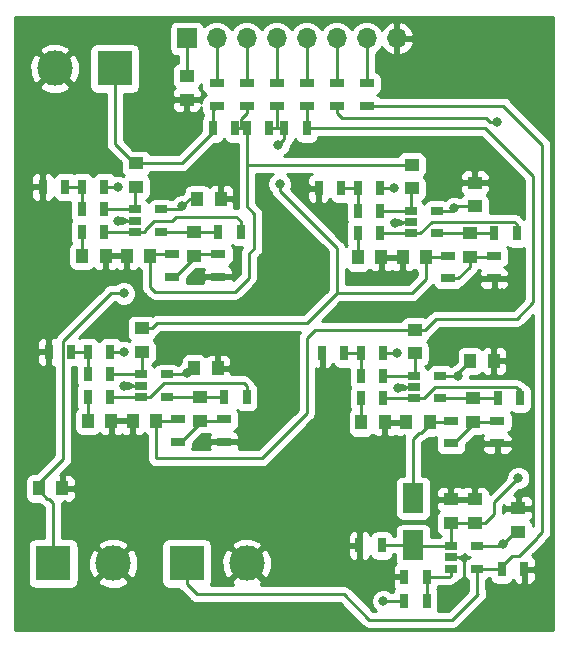
<source format=gbr>
G04 #@! TF.GenerationSoftware,KiCad,Pcbnew,(5.0.0)*
G04 #@! TF.CreationDate,2020-04-28T19:31:03-04:00*
G04 #@! TF.ProjectId,Kyle's Amp,4B796C65277320416D702E6B69636164,rev?*
G04 #@! TF.SameCoordinates,Original*
G04 #@! TF.FileFunction,Copper,L1,Top,Signal*
G04 #@! TF.FilePolarity,Positive*
%FSLAX46Y46*%
G04 Gerber Fmt 4.6, Leading zero omitted, Abs format (unit mm)*
G04 Created by KiCad (PCBNEW (5.0.0)) date 04/28/20 19:31:03*
%MOMM*%
%LPD*%
G01*
G04 APERTURE LIST*
G04 #@! TA.AperFunction,SMDPad,CuDef*
%ADD10R,1.000000X1.250000*%
G04 #@! TD*
G04 #@! TA.AperFunction,SMDPad,CuDef*
%ADD11R,1.060000X0.650000*%
G04 #@! TD*
G04 #@! TA.AperFunction,SMDPad,CuDef*
%ADD12R,0.700000X1.300000*%
G04 #@! TD*
G04 #@! TA.AperFunction,SMDPad,CuDef*
%ADD13R,1.300000X0.700000*%
G04 #@! TD*
G04 #@! TA.AperFunction,SMDPad,CuDef*
%ADD14R,1.250000X1.000000*%
G04 #@! TD*
G04 #@! TA.AperFunction,SMDPad,CuDef*
%ADD15R,1.800000X2.500000*%
G04 #@! TD*
G04 #@! TA.AperFunction,ComponentPad*
%ADD16R,3.000000X3.000000*%
G04 #@! TD*
G04 #@! TA.AperFunction,ComponentPad*
%ADD17C,3.000000*%
G04 #@! TD*
G04 #@! TA.AperFunction,ComponentPad*
%ADD18O,1.700000X1.700000*%
G04 #@! TD*
G04 #@! TA.AperFunction,ComponentPad*
%ADD19R,1.700000X1.700000*%
G04 #@! TD*
G04 #@! TA.AperFunction,ViaPad*
%ADD20C,0.800000*%
G04 #@! TD*
G04 #@! TA.AperFunction,Conductor*
%ADD21C,0.250000*%
G04 #@! TD*
G04 #@! TA.AperFunction,Conductor*
%ADD22C,0.254000*%
G04 #@! TD*
G04 APERTURE END LIST*
D10*
G04 #@! TO.P,C15,1*
G04 #@! TO.N,GND*
X137947000Y-103632000D03*
G04 #@! TO.P,C15,2*
G04 #@! TO.N,OUTPUT*
X139947000Y-103632000D03*
G04 #@! TD*
D11*
G04 #@! TO.P,U4,1*
G04 #@! TO.N,Net-(C16-Pad1)*
X138668000Y-99695000D03*
G04 #@! TO.P,U4,2*
G04 #@! TO.N,GND*
X138668000Y-100645000D03*
G04 #@! TO.P,U4,3*
G04 #@! TO.N,Net-(R22-Pad1)*
X138668000Y-101595000D03*
G04 #@! TO.P,U4,4*
G04 #@! TO.N,Net-(C14-Pad2)*
X140868000Y-101595000D03*
G04 #@! TO.P,U4,5*
G04 #@! TO.N,VCC*
X140868000Y-99695000D03*
G04 #@! TD*
D12*
G04 #@! TO.P,R28,1*
G04 #@! TO.N,GND*
X130840000Y-97790000D03*
G04 #@! TO.P,R28,2*
G04 #@! TO.N,Net-(R24-Pad1)*
X132740000Y-97790000D03*
G04 #@! TD*
G04 #@! TO.P,R23,2*
G04 #@! TO.N,Net-(R22-Pad1)*
X147599000Y-101600000D03*
G04 #@! TO.P,R23,1*
G04 #@! TO.N,Net-(C14-Pad2)*
X145699000Y-101600000D03*
G04 #@! TD*
D10*
G04 #@! TO.P,C13,1*
G04 #@! TO.N,Net-(C13-Pad1)*
X134153000Y-103632000D03*
G04 #@! TO.P,C13,2*
G04 #@! TO.N,GND*
X136153000Y-103632000D03*
G04 #@! TD*
D13*
G04 #@! TO.P,R27,2*
G04 #@! TO.N,Net-(C14-Pad1)*
X145694000Y-103505000D03*
G04 #@! TO.P,R27,1*
G04 #@! TO.N,GND*
X145694000Y-105405000D03*
G04 #@! TD*
D12*
G04 #@! TO.P,R24,2*
G04 #@! TO.N,VCC*
X136037000Y-97790000D03*
G04 #@! TO.P,R24,1*
G04 #@! TO.N,Net-(R24-Pad1)*
X134137000Y-97790000D03*
G04 #@! TD*
D14*
G04 #@! TO.P,C16,2*
G04 #@! TO.N,INPUT4*
X138709000Y-95790000D03*
G04 #@! TO.P,C16,1*
G04 #@! TO.N,Net-(C16-Pad1)*
X138709000Y-97790000D03*
G04 #@! TD*
D12*
G04 #@! TO.P,R22,1*
G04 #@! TO.N,Net-(R22-Pad1)*
X136037000Y-101600000D03*
G04 #@! TO.P,R22,2*
G04 #@! TO.N,Net-(C13-Pad1)*
X134137000Y-101600000D03*
G04 #@! TD*
D13*
G04 #@! TO.P,R25,1*
G04 #@! TO.N,Net-(C14-Pad1)*
X141757000Y-105405000D03*
G04 #@! TO.P,R25,2*
G04 #@! TO.N,OUTPUT*
X141757000Y-103505000D03*
G04 #@! TD*
D12*
G04 #@! TO.P,R26,1*
G04 #@! TO.N,Net-(C16-Pad1)*
X136042000Y-99695000D03*
G04 #@! TO.P,R26,2*
G04 #@! TO.N,Net-(R24-Pad1)*
X134142000Y-99695000D03*
G04 #@! TD*
D14*
G04 #@! TO.P,C14,2*
G04 #@! TO.N,Net-(C14-Pad2)*
X143662000Y-101600000D03*
G04 #@! TO.P,C14,1*
G04 #@! TO.N,Net-(C14-Pad1)*
X143662000Y-103600000D03*
G04 #@! TD*
D10*
G04 #@! TO.P,C11,2*
G04 #@! TO.N,INPUT4*
X116808000Y-103505000D03*
G04 #@! TO.P,C11,1*
G04 #@! TO.N,GND*
X114808000Y-103505000D03*
G04 #@! TD*
D14*
G04 #@! TO.P,C10,1*
G04 #@! TO.N,Net-(C10-Pad1)*
X120523000Y-103473000D03*
G04 #@! TO.P,C10,2*
G04 #@! TO.N,Net-(C10-Pad2)*
X120523000Y-101473000D03*
G04 #@! TD*
D12*
G04 #@! TO.P,R19,2*
G04 #@! TO.N,Net-(R17-Pad1)*
X111003000Y-99568000D03*
G04 #@! TO.P,R19,1*
G04 #@! TO.N,Net-(C12-Pad1)*
X112903000Y-99568000D03*
G04 #@! TD*
D10*
G04 #@! TO.P,C9,2*
G04 #@! TO.N,GND*
X113014000Y-103505000D03*
G04 #@! TO.P,C9,1*
G04 #@! TO.N,Net-(C9-Pad1)*
X111014000Y-103505000D03*
G04 #@! TD*
D12*
G04 #@! TO.P,R15,2*
G04 #@! TO.N,Net-(C9-Pad1)*
X110998000Y-101473000D03*
G04 #@! TO.P,R15,1*
G04 #@! TO.N,Net-(R15-Pad1)*
X112898000Y-101473000D03*
G04 #@! TD*
D13*
G04 #@! TO.P,R18,2*
G04 #@! TO.N,INPUT4*
X118618000Y-103378000D03*
G04 #@! TO.P,R18,1*
G04 #@! TO.N,Net-(C10-Pad1)*
X118618000Y-105278000D03*
G04 #@! TD*
D12*
G04 #@! TO.P,R21,2*
G04 #@! TO.N,Net-(R17-Pad1)*
X109601000Y-97663000D03*
G04 #@! TO.P,R21,1*
G04 #@! TO.N,GND*
X107701000Y-97663000D03*
G04 #@! TD*
D13*
G04 #@! TO.P,R20,1*
G04 #@! TO.N,GND*
X122555000Y-105278000D03*
G04 #@! TO.P,R20,2*
G04 #@! TO.N,Net-(C10-Pad1)*
X122555000Y-103378000D03*
G04 #@! TD*
D12*
G04 #@! TO.P,R17,1*
G04 #@! TO.N,Net-(R17-Pad1)*
X110998000Y-97663000D03*
G04 #@! TO.P,R17,2*
G04 #@! TO.N,VCC*
X112898000Y-97663000D03*
G04 #@! TD*
D14*
G04 #@! TO.P,C12,1*
G04 #@! TO.N,Net-(C12-Pad1)*
X115570000Y-97663000D03*
G04 #@! TO.P,C12,2*
G04 #@! TO.N,INPUT3*
X115570000Y-95663000D03*
G04 #@! TD*
D12*
G04 #@! TO.P,R16,1*
G04 #@! TO.N,Net-(C10-Pad2)*
X122560000Y-101473000D03*
G04 #@! TO.P,R16,2*
G04 #@! TO.N,Net-(R15-Pad1)*
X124460000Y-101473000D03*
G04 #@! TD*
D11*
G04 #@! TO.P,U3,5*
G04 #@! TO.N,VCC*
X117729000Y-99568000D03*
G04 #@! TO.P,U3,4*
G04 #@! TO.N,Net-(C10-Pad2)*
X117729000Y-101468000D03*
G04 #@! TO.P,U3,3*
G04 #@! TO.N,Net-(R15-Pad1)*
X115529000Y-101468000D03*
G04 #@! TO.P,U3,2*
G04 #@! TO.N,GND*
X115529000Y-100518000D03*
G04 #@! TO.P,U3,1*
G04 #@! TO.N,Net-(C12-Pad1)*
X115529000Y-99568000D03*
G04 #@! TD*
D10*
G04 #@! TO.P,C7,1*
G04 #@! TO.N,GND*
X137668000Y-89662000D03*
G04 #@! TO.P,C7,2*
G04 #@! TO.N,INPUT3*
X139668000Y-89662000D03*
G04 #@! TD*
D14*
G04 #@! TO.P,C6,2*
G04 #@! TO.N,Net-(C6-Pad2)*
X143383000Y-87630000D03*
G04 #@! TO.P,C6,1*
G04 #@! TO.N,Net-(C6-Pad1)*
X143383000Y-89630000D03*
G04 #@! TD*
G04 #@! TO.P,C8,2*
G04 #@! TO.N,INPUT2*
X138430000Y-81820000D03*
G04 #@! TO.P,C8,1*
G04 #@! TO.N,Net-(C8-Pad1)*
X138430000Y-83820000D03*
G04 #@! TD*
D10*
G04 #@! TO.P,C5,1*
G04 #@! TO.N,Net-(C5-Pad1)*
X133874000Y-89662000D03*
G04 #@! TO.P,C5,2*
G04 #@! TO.N,GND*
X135874000Y-89662000D03*
G04 #@! TD*
D11*
G04 #@! TO.P,U2,1*
G04 #@! TO.N,Net-(C8-Pad1)*
X138389000Y-85725000D03*
G04 #@! TO.P,U2,2*
G04 #@! TO.N,GND*
X138389000Y-86675000D03*
G04 #@! TO.P,U2,3*
G04 #@! TO.N,Net-(R8-Pad1)*
X138389000Y-87625000D03*
G04 #@! TO.P,U2,4*
G04 #@! TO.N,Net-(C6-Pad2)*
X140589000Y-87625000D03*
G04 #@! TO.P,U2,5*
G04 #@! TO.N,VCC*
X140589000Y-85725000D03*
G04 #@! TD*
D12*
G04 #@! TO.P,R14,1*
G04 #@! TO.N,GND*
X130561000Y-83820000D03*
G04 #@! TO.P,R14,2*
G04 #@! TO.N,Net-(R10-Pad1)*
X132461000Y-83820000D03*
G04 #@! TD*
G04 #@! TO.P,R10,2*
G04 #@! TO.N,VCC*
X135758000Y-83820000D03*
G04 #@! TO.P,R10,1*
G04 #@! TO.N,Net-(R10-Pad1)*
X133858000Y-83820000D03*
G04 #@! TD*
D13*
G04 #@! TO.P,R11,1*
G04 #@! TO.N,Net-(C6-Pad1)*
X141478000Y-91435000D03*
G04 #@! TO.P,R11,2*
G04 #@! TO.N,INPUT3*
X141478000Y-89535000D03*
G04 #@! TD*
D12*
G04 #@! TO.P,R8,1*
G04 #@! TO.N,Net-(R8-Pad1)*
X135758000Y-87630000D03*
G04 #@! TO.P,R8,2*
G04 #@! TO.N,Net-(C5-Pad1)*
X133858000Y-87630000D03*
G04 #@! TD*
G04 #@! TO.P,R9,2*
G04 #@! TO.N,Net-(R8-Pad1)*
X147320000Y-87630000D03*
G04 #@! TO.P,R9,1*
G04 #@! TO.N,Net-(C6-Pad2)*
X145420000Y-87630000D03*
G04 #@! TD*
G04 #@! TO.P,R12,1*
G04 #@! TO.N,Net-(C8-Pad1)*
X135763000Y-85725000D03*
G04 #@! TO.P,R12,2*
G04 #@! TO.N,Net-(R10-Pad1)*
X133863000Y-85725000D03*
G04 #@! TD*
D13*
G04 #@! TO.P,R13,2*
G04 #@! TO.N,Net-(C6-Pad1)*
X145415000Y-89535000D03*
G04 #@! TO.P,R13,1*
G04 #@! TO.N,GND*
X145415000Y-91435000D03*
G04 #@! TD*
D12*
G04 #@! TO.P,R1,2*
G04 #@! TO.N,Net-(C1-Pad1)*
X110500000Y-87503000D03*
G04 #@! TO.P,R1,1*
G04 #@! TO.N,Net-(R1-Pad1)*
X112400000Y-87503000D03*
G04 #@! TD*
G04 #@! TO.P,R2,1*
G04 #@! TO.N,Net-(C2-Pad2)*
X122062000Y-87503000D03*
G04 #@! TO.P,R2,2*
G04 #@! TO.N,Net-(R1-Pad1)*
X123962000Y-87503000D03*
G04 #@! TD*
G04 #@! TO.P,R3,1*
G04 #@! TO.N,Net-(R3-Pad1)*
X110500000Y-83693000D03*
G04 #@! TO.P,R3,2*
G04 #@! TO.N,VCC*
X112400000Y-83693000D03*
G04 #@! TD*
D13*
G04 #@! TO.P,R4,2*
G04 #@! TO.N,INPUT2*
X118120000Y-89408000D03*
G04 #@! TO.P,R4,1*
G04 #@! TO.N,Net-(C2-Pad1)*
X118120000Y-91308000D03*
G04 #@! TD*
D12*
G04 #@! TO.P,R5,2*
G04 #@! TO.N,Net-(R3-Pad1)*
X110505000Y-85598000D03*
G04 #@! TO.P,R5,1*
G04 #@! TO.N,Net-(C4-Pad1)*
X112405000Y-85598000D03*
G04 #@! TD*
D13*
G04 #@! TO.P,R6,1*
G04 #@! TO.N,GND*
X122057000Y-91308000D03*
G04 #@! TO.P,R6,2*
G04 #@! TO.N,Net-(C2-Pad1)*
X122057000Y-89408000D03*
G04 #@! TD*
D12*
G04 #@! TO.P,R7,2*
G04 #@! TO.N,Net-(R3-Pad1)*
X109103000Y-83693000D03*
G04 #@! TO.P,R7,1*
G04 #@! TO.N,GND*
X107203000Y-83693000D03*
G04 #@! TD*
D11*
G04 #@! TO.P,U1,5*
G04 #@! TO.N,VCC*
X117231000Y-85598000D03*
G04 #@! TO.P,U1,4*
G04 #@! TO.N,Net-(C2-Pad2)*
X117231000Y-87498000D03*
G04 #@! TO.P,U1,3*
G04 #@! TO.N,Net-(R1-Pad1)*
X115031000Y-87498000D03*
G04 #@! TO.P,U1,2*
G04 #@! TO.N,GND*
X115031000Y-86548000D03*
G04 #@! TO.P,U1,1*
G04 #@! TO.N,Net-(C4-Pad1)*
X115031000Y-85598000D03*
G04 #@! TD*
D10*
G04 #@! TO.P,C1,2*
G04 #@! TO.N,GND*
X112516000Y-89535000D03*
G04 #@! TO.P,C1,1*
G04 #@! TO.N,Net-(C1-Pad1)*
X110516000Y-89535000D03*
G04 #@! TD*
D14*
G04 #@! TO.P,C2,1*
G04 #@! TO.N,Net-(C2-Pad1)*
X120025000Y-89503000D03*
G04 #@! TO.P,C2,2*
G04 #@! TO.N,Net-(C2-Pad2)*
X120025000Y-87503000D03*
G04 #@! TD*
D10*
G04 #@! TO.P,C3,2*
G04 #@! TO.N,INPUT2*
X116310000Y-89535000D03*
G04 #@! TO.P,C3,1*
G04 #@! TO.N,GND*
X114310000Y-89535000D03*
G04 #@! TD*
D14*
G04 #@! TO.P,C4,1*
G04 #@! TO.N,Net-(C4-Pad1)*
X115072000Y-83693000D03*
G04 #@! TO.P,C4,2*
G04 #@! TO.N,INPUT1*
X115072000Y-81693000D03*
G04 #@! TD*
G04 #@! TO.P,C17,1*
G04 #@! TO.N,GND*
X143764000Y-110125000D03*
G04 #@! TO.P,C17,2*
G04 #@! TO.N,ENVOLPE*
X143764000Y-112125000D03*
G04 #@! TD*
G04 #@! TO.P,C18,2*
G04 #@! TO.N,ENVOLPE*
X141732000Y-112141000D03*
G04 #@! TO.P,C18,1*
G04 #@! TO.N,GND*
X141732000Y-110141000D03*
G04 #@! TD*
D15*
G04 #@! TO.P,D1,2*
G04 #@! TO.N,OUTPUT*
X138557000Y-110046000D03*
G04 #@! TO.P,D1,1*
G04 #@! TO.N,ENVOLPE*
X138557000Y-114046000D03*
G04 #@! TD*
D12*
G04 #@! TO.P,R29,2*
G04 #@! TO.N,VCC*
X137800000Y-118745000D03*
G04 #@! TO.P,R29,1*
G04 #@! TO.N,Net-(R29-Pad1)*
X139700000Y-118745000D03*
G04 #@! TD*
G04 #@! TO.P,R30,1*
G04 #@! TO.N,GND*
X137800000Y-116713000D03*
G04 #@! TO.P,R30,2*
G04 #@! TO.N,Net-(R29-Pad1)*
X139700000Y-116713000D03*
G04 #@! TD*
G04 #@! TO.P,R31,2*
G04 #@! TO.N,ENVOLPE*
X135890000Y-114046000D03*
G04 #@! TO.P,R31,1*
G04 #@! TO.N,GND*
X133990000Y-114046000D03*
G04 #@! TD*
G04 #@! TO.P,R32,1*
G04 #@! TO.N,GND*
X147950000Y-116078000D03*
G04 #@! TO.P,R32,2*
G04 #@! TO.N,GPIO*
X146050000Y-116078000D03*
G04 #@! TD*
D11*
G04 #@! TO.P,U5,5*
G04 #@! TO.N,VCC*
X143975000Y-114112000D03*
G04 #@! TO.P,U5,4*
G04 #@! TO.N,GPIO*
X143975000Y-116012000D03*
G04 #@! TO.P,U5,3*
G04 #@! TO.N,Net-(R29-Pad1)*
X141775000Y-116012000D03*
G04 #@! TO.P,U5,2*
G04 #@! TO.N,GND*
X141775000Y-115062000D03*
G04 #@! TO.P,U5,1*
G04 #@! TO.N,ENVOLPE*
X141775000Y-114112000D03*
G04 #@! TD*
D14*
G04 #@! TO.P,C19,2*
G04 #@! TO.N,VCC*
X143764000Y-85344000D03*
G04 #@! TO.P,C19,1*
G04 #@! TO.N,GND*
X143764000Y-83344000D03*
G04 #@! TD*
D10*
G04 #@! TO.P,C20,1*
G04 #@! TO.N,GND*
X122285000Y-84709000D03*
G04 #@! TO.P,C20,2*
G04 #@! TO.N,VCC*
X120285000Y-84709000D03*
G04 #@! TD*
G04 #@! TO.P,C21,2*
G04 #@! TO.N,VCC*
X143383000Y-98425000D03*
G04 #@! TO.P,C21,1*
G04 #@! TO.N,GND*
X145383000Y-98425000D03*
G04 #@! TD*
G04 #@! TO.P,C22,2*
G04 #@! TO.N,VCC*
X120015000Y-99060000D03*
G04 #@! TO.P,C22,1*
G04 #@! TO.N,GND*
X122015000Y-99060000D03*
G04 #@! TD*
G04 #@! TO.P,C23,1*
G04 #@! TO.N,VCC*
X106839000Y-109220000D03*
G04 #@! TO.P,C23,2*
G04 #@! TO.N,GND*
X108839000Y-109220000D03*
G04 #@! TD*
D14*
G04 #@! TO.P,C24,2*
G04 #@! TO.N,GND*
X119380000Y-76295000D03*
G04 #@! TO.P,C24,1*
G04 #@! TO.N,VCC*
X119380000Y-74295000D03*
G04 #@! TD*
G04 #@! TO.P,C25,1*
G04 #@! TO.N,VCC*
X147447000Y-112903000D03*
G04 #@! TO.P,C25,2*
G04 #@! TO.N,GND*
X147447000Y-110903000D03*
G04 #@! TD*
D16*
G04 #@! TO.P,J2,1*
G04 #@! TO.N,VCC*
X108077000Y-115570000D03*
D17*
G04 #@! TO.P,J2,2*
G04 #@! TO.N,GND*
X113157000Y-115570000D03*
G04 #@! TD*
D18*
G04 #@! TO.P,J3,8*
G04 #@! TO.N,GND*
X137160000Y-71120000D03*
G04 #@! TO.P,J3,7*
G04 #@! TO.N,Net-(J3-Pad7)*
X134620000Y-71120000D03*
G04 #@! TO.P,J3,6*
G04 #@! TO.N,Net-(J3-Pad6)*
X132080000Y-71120000D03*
G04 #@! TO.P,J3,5*
G04 #@! TO.N,Net-(J3-Pad5)*
X129540000Y-71120000D03*
G04 #@! TO.P,J3,4*
G04 #@! TO.N,Net-(J3-Pad4)*
X127000000Y-71120000D03*
G04 #@! TO.P,J3,3*
G04 #@! TO.N,Net-(J3-Pad3)*
X124460000Y-71120000D03*
G04 #@! TO.P,J3,2*
G04 #@! TO.N,Net-(J3-Pad2)*
X121920000Y-71120000D03*
D19*
G04 #@! TO.P,J3,1*
G04 #@! TO.N,VCC*
X119380000Y-71120000D03*
G04 #@! TD*
D17*
G04 #@! TO.P,J4,2*
G04 #@! TO.N,GND*
X108204000Y-73660000D03*
D16*
G04 #@! TO.P,J4,1*
G04 #@! TO.N,INPUT1*
X113284000Y-73660000D03*
G04 #@! TD*
D12*
G04 #@! TO.P,R33,2*
G04 #@! TO.N,INPUT1*
X121605000Y-78740000D03*
G04 #@! TO.P,R33,1*
G04 #@! TO.N,INPUT2*
X123505000Y-78740000D03*
G04 #@! TD*
G04 #@! TO.P,R34,1*
G04 #@! TO.N,INPUT3*
X126360000Y-78740000D03*
G04 #@! TO.P,R34,2*
G04 #@! TO.N,INPUT2*
X124460000Y-78740000D03*
G04 #@! TD*
G04 #@! TO.P,R35,2*
G04 #@! TO.N,INPUT3*
X127640000Y-78740000D03*
G04 #@! TO.P,R35,1*
G04 #@! TO.N,INPUT4*
X129540000Y-78740000D03*
G04 #@! TD*
D13*
G04 #@! TO.P,R36,1*
G04 #@! TO.N,Net-(J3-Pad2)*
X121920000Y-74930000D03*
G04 #@! TO.P,R36,2*
G04 #@! TO.N,INPUT1*
X121920000Y-76830000D03*
G04 #@! TD*
G04 #@! TO.P,R37,2*
G04 #@! TO.N,INPUT2*
X124460000Y-76830000D03*
G04 #@! TO.P,R37,1*
G04 #@! TO.N,Net-(J3-Pad3)*
X124460000Y-74930000D03*
G04 #@! TD*
G04 #@! TO.P,R38,1*
G04 #@! TO.N,Net-(J3-Pad4)*
X127000000Y-74930000D03*
G04 #@! TO.P,R38,2*
G04 #@! TO.N,INPUT3*
X127000000Y-76830000D03*
G04 #@! TD*
G04 #@! TO.P,R39,2*
G04 #@! TO.N,INPUT4*
X129540000Y-76830000D03*
G04 #@! TO.P,R39,1*
G04 #@! TO.N,Net-(J3-Pad5)*
X129540000Y-74930000D03*
G04 #@! TD*
G04 #@! TO.P,R40,2*
G04 #@! TO.N,ENVOLPE*
X132080000Y-76830000D03*
G04 #@! TO.P,R40,1*
G04 #@! TO.N,Net-(J3-Pad6)*
X132080000Y-74930000D03*
G04 #@! TD*
G04 #@! TO.P,R41,1*
G04 #@! TO.N,Net-(J3-Pad7)*
X134620000Y-74930000D03*
G04 #@! TO.P,R41,2*
G04 #@! TO.N,GPIO*
X134620000Y-76830000D03*
G04 #@! TD*
D17*
G04 #@! TO.P,J1,2*
G04 #@! TO.N,GND*
X124460000Y-115570000D03*
D16*
G04 #@! TO.P,J1,1*
G04 #@! TO.N,GPIO*
X119380000Y-115570000D03*
G04 #@! TD*
D20*
G04 #@! TO.N,VCC*
X137160000Y-97790000D03*
X142367000Y-99695000D03*
X119380000Y-99441000D03*
X114046000Y-97663000D03*
X118999000Y-85344000D03*
X113538000Y-83693000D03*
X136906000Y-83820000D03*
X141986000Y-85471000D03*
X136017000Y-118745000D03*
X146177000Y-113919000D03*
X114046000Y-92710000D03*
G04 #@! TO.N,GND*
X113548000Y-86614000D03*
X137033000Y-86741000D03*
X137287000Y-100711000D03*
X114046000Y-100584000D03*
X127000000Y-97790000D03*
X129540000Y-92710000D03*
X134620000Y-93980000D03*
X125730000Y-83820000D03*
X142875000Y-117602000D03*
X127254000Y-102362000D03*
X115824000Y-93726000D03*
X126238000Y-87757000D03*
X121920000Y-81280000D03*
X129540000Y-83820000D03*
X146050000Y-92710000D03*
X146050000Y-83820000D03*
X120650000Y-91440000D03*
X134620000Y-91440000D03*
G04 #@! TO.N,INPUT3*
X127143000Y-80137000D03*
X127254000Y-83439000D03*
G04 #@! TO.N,ENVOLPE*
X147447000Y-108331000D03*
X145669000Y-78232000D03*
G04 #@! TD*
D21*
G04 #@! TO.N,Net-(C1-Pad1)*
X110500000Y-89519000D02*
X110516000Y-89535000D01*
X110500000Y-87503000D02*
X110500000Y-89519000D01*
G04 #@! TO.N,Net-(R1-Pad1)*
X115026000Y-87503000D02*
X115031000Y-87498000D01*
X112400000Y-87503000D02*
X115026000Y-87503000D01*
X123962000Y-86603000D02*
X123592000Y-86233000D01*
X123962000Y-87503000D02*
X123962000Y-86603000D01*
X123592000Y-86233000D02*
X118501000Y-86233000D01*
X118501000Y-86233000D02*
X118120000Y-86614000D01*
X118120000Y-86614000D02*
X116596000Y-86614000D01*
X116596000Y-86614000D02*
X115834000Y-87376000D01*
X115811000Y-87498000D02*
X115031000Y-87498000D01*
X115834000Y-87475000D02*
X115811000Y-87498000D01*
X115834000Y-87376000D02*
X115834000Y-87475000D01*
G04 #@! TO.N,Net-(C2-Pad2)*
X122057000Y-87498000D02*
X122062000Y-87503000D01*
X117231000Y-87498000D02*
X122057000Y-87498000D01*
G04 #@! TO.N,Net-(R3-Pad1)*
X110505000Y-83698000D02*
X110500000Y-83693000D01*
X110505000Y-85598000D02*
X110505000Y-83698000D01*
X110500000Y-83693000D02*
X109103000Y-83693000D01*
G04 #@! TO.N,VCC*
X136037000Y-97790000D02*
X137160000Y-97790000D01*
X140868000Y-99695000D02*
X142367000Y-99695000D01*
X117729000Y-99568000D02*
X119253000Y-99568000D01*
X119253000Y-99568000D02*
X119380000Y-99441000D01*
X112898000Y-97663000D02*
X114046000Y-97663000D01*
X117231000Y-85598000D02*
X118745000Y-85598000D01*
X118745000Y-85598000D02*
X118999000Y-85344000D01*
X112400000Y-83693000D02*
X113538000Y-83693000D01*
X135758000Y-83820000D02*
X136906000Y-83820000D01*
X140589000Y-85725000D02*
X141732000Y-85725000D01*
X141732000Y-85725000D02*
X141986000Y-85471000D01*
X137800000Y-118745000D02*
X136017000Y-118745000D01*
X143975000Y-114112000D02*
X145984000Y-114112000D01*
X145984000Y-114112000D02*
X146177000Y-113919000D01*
X119634000Y-99441000D02*
X120015000Y-99060000D01*
X119380000Y-99441000D02*
X119634000Y-99441000D01*
X142367000Y-99441000D02*
X143383000Y-98425000D01*
X142367000Y-99695000D02*
X142367000Y-99441000D01*
X119634000Y-84709000D02*
X118999000Y-85344000D01*
X120285000Y-84709000D02*
X119634000Y-84709000D01*
X142113000Y-85344000D02*
X141986000Y-85471000D01*
X143764000Y-85344000D02*
X142113000Y-85344000D01*
X119380000Y-74295000D02*
X119380000Y-71120000D01*
X106839000Y-109345000D02*
X106839000Y-109220000D01*
X107589000Y-110095000D02*
X106839000Y-109345000D01*
X107714000Y-110095000D02*
X107589000Y-110095000D01*
X108077000Y-110458000D02*
X107714000Y-110095000D01*
X108077000Y-115570000D02*
X108077000Y-110458000D01*
X106839000Y-109095000D02*
X106680000Y-108936000D01*
X106839000Y-109220000D02*
X106839000Y-109095000D01*
X108925999Y-106690001D02*
X108925999Y-96752999D01*
X108925999Y-96752999D02*
X112968998Y-92710000D01*
X106680000Y-108936000D02*
X108925999Y-106690001D01*
X112968998Y-92710000D02*
X114046000Y-92710000D01*
X147193000Y-112903000D02*
X146177000Y-113919000D01*
X147447000Y-112903000D02*
X147193000Y-112903000D01*
G04 #@! TO.N,INPUT2*
X116437000Y-89408000D02*
X116310000Y-89535000D01*
X118120000Y-89408000D02*
X116437000Y-89408000D01*
X116310000Y-92180000D02*
X116310000Y-89535000D01*
X123952000Y-77938000D02*
X123952000Y-78740000D01*
X124460000Y-77430000D02*
X123952000Y-77938000D01*
X124460000Y-76830000D02*
X124460000Y-77430000D01*
X124460000Y-78740000D02*
X123952000Y-78740000D01*
X123952000Y-78740000D02*
X123505000Y-78740000D01*
X124460000Y-81026000D02*
X124460000Y-78740000D01*
X116713000Y-92583000D02*
X123444000Y-92583000D01*
X116713000Y-92583000D02*
X116310000Y-92180000D01*
X124637001Y-91389999D02*
X124637001Y-89357999D01*
X123444000Y-92583000D02*
X124637001Y-91389999D01*
X124637001Y-89357999D02*
X125095000Y-88900000D01*
X125095000Y-88900000D02*
X125095000Y-85979000D01*
X125095000Y-85979000D02*
X124460000Y-85344000D01*
X124492000Y-81820000D02*
X124460000Y-81788000D01*
X138430000Y-81820000D02*
X124492000Y-81820000D01*
X124460000Y-85344000D02*
X124460000Y-81788000D01*
X124460000Y-81788000D02*
X124460000Y-81026000D01*
G04 #@! TO.N,Net-(C2-Pad1)*
X120025000Y-89703000D02*
X120025000Y-89503000D01*
X118420000Y-91308000D02*
X120025000Y-89703000D01*
X118120000Y-91308000D02*
X118420000Y-91308000D01*
X120120000Y-89408000D02*
X120025000Y-89503000D01*
X122057000Y-89408000D02*
X120120000Y-89408000D01*
G04 #@! TO.N,Net-(C4-Pad1)*
X115031000Y-85598000D02*
X112405000Y-85598000D01*
X115031000Y-83734000D02*
X115072000Y-83693000D01*
X115031000Y-85598000D02*
X115031000Y-83734000D01*
G04 #@! TO.N,GND*
X114310000Y-89535000D02*
X112516000Y-89535000D01*
X115031000Y-86548000D02*
X113614000Y-86548000D01*
X113614000Y-86548000D02*
X113548000Y-86614000D01*
X135874000Y-89662000D02*
X137668000Y-89662000D01*
X138389000Y-86675000D02*
X137099000Y-86675000D01*
X137099000Y-86675000D02*
X137033000Y-86741000D01*
X138668000Y-100645000D02*
X137353000Y-100645000D01*
X137353000Y-100645000D02*
X137287000Y-100711000D01*
X137947000Y-103632000D02*
X136153000Y-103632000D01*
X113014000Y-103505000D02*
X114808000Y-103505000D01*
X115529000Y-100518000D02*
X114112000Y-100518000D01*
X114112000Y-100518000D02*
X114046000Y-100584000D01*
X141775000Y-115062000D02*
X142555000Y-115062000D01*
X142875000Y-115382000D02*
X142875000Y-117221000D01*
X142555000Y-115062000D02*
X142875000Y-115382000D01*
X142875000Y-117221000D02*
X142875000Y-117602000D01*
X122285000Y-84709000D02*
X122285000Y-81645000D01*
X122285000Y-81645000D02*
X121920000Y-81280000D01*
X130561000Y-83820000D02*
X129540000Y-83820000D01*
X145415000Y-91435000D02*
X145415000Y-92075000D01*
X145415000Y-92075000D02*
X146050000Y-92710000D01*
X143764000Y-83344000D02*
X145574000Y-83344000D01*
X145574000Y-83344000D02*
X146050000Y-83820000D01*
G04 #@! TO.N,INPUT1*
X121605000Y-77145000D02*
X121920000Y-76830000D01*
X121605000Y-78740000D02*
X121605000Y-77145000D01*
X121605000Y-79040000D02*
X121605000Y-78740000D01*
X118952000Y-81693000D02*
X121605000Y-79040000D01*
X115072000Y-81693000D02*
X118952000Y-81693000D01*
X114947000Y-81693000D02*
X115072000Y-81693000D01*
X113284000Y-73660000D02*
X113284000Y-80030000D01*
X113284000Y-80030000D02*
X114947000Y-81693000D01*
G04 #@! TO.N,Net-(C5-Pad1)*
X133858000Y-89646000D02*
X133874000Y-89662000D01*
X133858000Y-87630000D02*
X133858000Y-89646000D01*
G04 #@! TO.N,Net-(C6-Pad1)*
X145320000Y-89630000D02*
X145415000Y-89535000D01*
X143383000Y-89630000D02*
X145320000Y-89630000D01*
X143383000Y-90430000D02*
X143383000Y-89630000D01*
X141478000Y-91435000D02*
X142378000Y-91435000D01*
X142378000Y-91435000D02*
X143383000Y-90430000D01*
G04 #@! TO.N,Net-(C6-Pad2)*
X143378000Y-87625000D02*
X143383000Y-87630000D01*
X140589000Y-87625000D02*
X143378000Y-87625000D01*
X145420000Y-87630000D02*
X143383000Y-87630000D01*
G04 #@! TO.N,Net-(C8-Pad1)*
X136363000Y-85725000D02*
X138389000Y-85725000D01*
X135763000Y-85725000D02*
X136363000Y-85725000D01*
X138389000Y-83861000D02*
X138430000Y-83820000D01*
X138389000Y-85725000D02*
X138389000Y-83861000D01*
G04 #@! TO.N,Net-(R8-Pad1)*
X135763000Y-87625000D02*
X135758000Y-87630000D01*
X138389000Y-87625000D02*
X135763000Y-87625000D01*
X139169000Y-87625000D02*
X138389000Y-87625000D01*
X140139001Y-86654999D02*
X139169000Y-87625000D01*
X147106999Y-86654999D02*
X140139001Y-86654999D01*
X147320000Y-87630000D02*
X147320000Y-86868000D01*
X147320000Y-86868000D02*
X147106999Y-86654999D01*
G04 #@! TO.N,Net-(R10-Pad1)*
X133863000Y-83825000D02*
X133858000Y-83820000D01*
X133863000Y-85725000D02*
X133863000Y-83825000D01*
X132461000Y-83820000D02*
X133858000Y-83820000D01*
G04 #@! TO.N,Net-(C9-Pad1)*
X110998000Y-103489000D02*
X111014000Y-103505000D01*
X110998000Y-101473000D02*
X110998000Y-103489000D01*
G04 #@! TO.N,Net-(C10-Pad1)*
X120523000Y-103673000D02*
X120523000Y-103473000D01*
X118918000Y-105278000D02*
X120523000Y-103673000D01*
X118618000Y-105278000D02*
X118918000Y-105278000D01*
X122460000Y-103473000D02*
X122555000Y-103378000D01*
X120523000Y-103473000D02*
X122460000Y-103473000D01*
G04 #@! TO.N,Net-(C10-Pad2)*
X122555000Y-101468000D02*
X122560000Y-101473000D01*
X117729000Y-101468000D02*
X122555000Y-101468000D01*
G04 #@! TO.N,Net-(C12-Pad1)*
X113503000Y-99568000D02*
X115529000Y-99568000D01*
X112903000Y-99568000D02*
X113503000Y-99568000D01*
X115570000Y-99527000D02*
X115529000Y-99568000D01*
X115570000Y-97663000D02*
X115570000Y-99527000D01*
G04 #@! TO.N,Net-(R15-Pad1)*
X124460000Y-100573000D02*
X124217000Y-100330000D01*
X124460000Y-101473000D02*
X124460000Y-100573000D01*
X116309000Y-101468000D02*
X115529000Y-101468000D01*
X117447000Y-100330000D02*
X116309000Y-101468000D01*
X124217000Y-100330000D02*
X117447000Y-100330000D01*
X115524000Y-101473000D02*
X115529000Y-101468000D01*
X112898000Y-101473000D02*
X115524000Y-101473000D01*
G04 #@! TO.N,Net-(R17-Pad1)*
X110998000Y-99563000D02*
X111003000Y-99568000D01*
X110998000Y-97663000D02*
X110998000Y-99563000D01*
X110998000Y-97663000D02*
X109601000Y-97663000D01*
G04 #@! TO.N,Net-(C13-Pad1)*
X134137000Y-103616000D02*
X134153000Y-103632000D01*
X134137000Y-101600000D02*
X134137000Y-103616000D01*
G04 #@! TO.N,Net-(C14-Pad2)*
X145694000Y-101595000D02*
X145699000Y-101600000D01*
X140868000Y-101595000D02*
X145694000Y-101595000D01*
G04 #@! TO.N,Net-(C14-Pad1)*
X143662000Y-103800000D02*
X143662000Y-103600000D01*
X142057000Y-105405000D02*
X143662000Y-103800000D01*
X141757000Y-105405000D02*
X142057000Y-105405000D01*
X145599000Y-103600000D02*
X145694000Y-103505000D01*
X143662000Y-103600000D02*
X145599000Y-103600000D01*
G04 #@! TO.N,Net-(C16-Pad1)*
X136642000Y-99695000D02*
X138668000Y-99695000D01*
X136042000Y-99695000D02*
X136642000Y-99695000D01*
X138709000Y-99654000D02*
X138668000Y-99695000D01*
X138709000Y-97790000D02*
X138709000Y-99654000D01*
G04 #@! TO.N,Net-(R22-Pad1)*
X138663000Y-101600000D02*
X138668000Y-101595000D01*
X136037000Y-101600000D02*
X138663000Y-101600000D01*
X139448000Y-101595000D02*
X138668000Y-101595000D01*
X140418001Y-100624999D02*
X139448000Y-101595000D01*
X147233999Y-100624999D02*
X140418001Y-100624999D01*
X147447000Y-100838000D02*
X147233999Y-100624999D01*
X147599000Y-100838000D02*
X147447000Y-100838000D01*
X147599000Y-101600000D02*
X147599000Y-100838000D01*
G04 #@! TO.N,Net-(R24-Pad1)*
X134142000Y-97795000D02*
X134137000Y-97790000D01*
X134142000Y-99695000D02*
X134142000Y-97795000D01*
X134137000Y-97790000D02*
X132740000Y-97790000D01*
G04 #@! TO.N,INPUT3*
X141351000Y-89662000D02*
X141478000Y-89535000D01*
X139668000Y-89662000D02*
X141351000Y-89662000D01*
X116445000Y-95663000D02*
X116858000Y-95250000D01*
X115570000Y-95663000D02*
X116445000Y-95663000D01*
X116858000Y-95250000D02*
X129540000Y-95250000D01*
X129540000Y-95250000D02*
X132080000Y-92710000D01*
X132080000Y-92710000D02*
X138430000Y-92710000D01*
X139668000Y-91472000D02*
X139668000Y-89662000D01*
X138430000Y-92710000D02*
X139668000Y-91472000D01*
X126360000Y-78740000D02*
X127640000Y-78740000D01*
X127040000Y-78740000D02*
X127640000Y-78740000D01*
X127000000Y-78700000D02*
X127040000Y-78740000D01*
X127000000Y-76830000D02*
X127000000Y-78700000D01*
X127640000Y-79640000D02*
X127143000Y-80137000D01*
X127640000Y-78740000D02*
X127640000Y-79640000D01*
X132080000Y-92710000D02*
X132080000Y-92075000D01*
X132080000Y-88830685D02*
X132080000Y-92075000D01*
X127254000Y-84004685D02*
X132080000Y-88830685D01*
X127254000Y-83439000D02*
X127254000Y-84004685D01*
G04 #@! TO.N,INPUT4*
X118491000Y-103505000D02*
X118618000Y-103378000D01*
X116808000Y-103505000D02*
X118491000Y-103505000D01*
X116808000Y-106648000D02*
X116808000Y-103505000D01*
X130270000Y-95790000D02*
X129540000Y-96520000D01*
X138709000Y-95790000D02*
X130270000Y-95790000D01*
X129540000Y-96520000D02*
X129540000Y-102870000D01*
X129540000Y-102870000D02*
X125730000Y-106680000D01*
X125730000Y-106680000D02*
X116840000Y-106680000D01*
X116840000Y-106680000D02*
X116808000Y-106648000D01*
X129540000Y-76830000D02*
X129540000Y-78740000D01*
X139584000Y-95790000D02*
X140505000Y-94869000D01*
X138709000Y-95790000D02*
X139584000Y-95790000D01*
X140505000Y-94869000D02*
X147320000Y-94869000D01*
X147320000Y-94869000D02*
X148717000Y-93472000D01*
X148717000Y-93472000D02*
X148717000Y-82804000D01*
X144653000Y-78740000D02*
X129540000Y-78740000D01*
X148717000Y-82804000D02*
X144653000Y-78740000D01*
G04 #@! TO.N,OUTPUT*
X141630000Y-103632000D02*
X141757000Y-103505000D01*
X139947000Y-103632000D02*
X141630000Y-103632000D01*
X139947000Y-103757000D02*
X139947000Y-103632000D01*
X139197000Y-104507000D02*
X139947000Y-103757000D01*
X139072000Y-104507000D02*
X139197000Y-104507000D01*
X138557000Y-105022000D02*
X139072000Y-104507000D01*
X138557000Y-110046000D02*
X138557000Y-105022000D01*
G04 #@! TO.N,ENVOLPE*
X141775000Y-112184000D02*
X141732000Y-112141000D01*
X141775000Y-114112000D02*
X141775000Y-112184000D01*
X138623000Y-114112000D02*
X138557000Y-114046000D01*
X141775000Y-114112000D02*
X138623000Y-114112000D01*
X138557000Y-114046000D02*
X135890000Y-114046000D01*
X141748000Y-112125000D02*
X141732000Y-112141000D01*
X143764000Y-112125000D02*
X141748000Y-112125000D01*
G04 #@! TO.N,Net-(R29-Pad1)*
X141775000Y-116587000D02*
X141775000Y-116012000D01*
X141649000Y-116713000D02*
X141775000Y-116587000D01*
X139700000Y-116713000D02*
X141649000Y-116713000D01*
X139700000Y-118745000D02*
X139700000Y-116713000D01*
G04 #@! TO.N,ENVOLPE*
X144639000Y-112125000D02*
X145415000Y-111349000D01*
X143764000Y-112125000D02*
X144639000Y-112125000D01*
X145415000Y-111349000D02*
X145415000Y-110363000D01*
X145415000Y-110363000D02*
X147447000Y-108331000D01*
X132080000Y-77430000D02*
X132080000Y-76830000D01*
X132501000Y-77851000D02*
X132080000Y-77430000D01*
X144722315Y-77851000D02*
X132501000Y-77851000D01*
X145103315Y-78232000D02*
X144722315Y-77851000D01*
X145669000Y-78232000D02*
X145103315Y-78232000D01*
G04 #@! TO.N,Net-(J3-Pad7)*
X134620000Y-74330000D02*
X134620000Y-71120000D01*
X134620000Y-74930000D02*
X134620000Y-74330000D01*
G04 #@! TO.N,Net-(J3-Pad6)*
X132080000Y-74930000D02*
X132080000Y-71120000D01*
G04 #@! TO.N,Net-(J3-Pad5)*
X129540000Y-74930000D02*
X129540000Y-71120000D01*
G04 #@! TO.N,Net-(J3-Pad4)*
X127000000Y-74330000D02*
X127000000Y-71120000D01*
X127000000Y-74930000D02*
X127000000Y-74330000D01*
G04 #@! TO.N,Net-(J3-Pad3)*
X124460000Y-74330000D02*
X124460000Y-71120000D01*
X124460000Y-74930000D02*
X124460000Y-74330000D01*
G04 #@! TO.N,Net-(J3-Pad2)*
X121920000Y-74930000D02*
X121920000Y-71120000D01*
G04 #@! TO.N,GPIO*
X145984000Y-116012000D02*
X146050000Y-116078000D01*
X143975000Y-116012000D02*
X145984000Y-116012000D01*
X149479000Y-80137000D02*
X146172000Y-76830000D01*
X146050000Y-116078000D02*
X146050000Y-115778000D01*
X146050000Y-115778000D02*
X146893000Y-114935000D01*
X146893000Y-114935000D02*
X147528999Y-114935000D01*
X146172000Y-76830000D02*
X134620000Y-76830000D01*
X147528999Y-114935000D02*
X149052999Y-113411000D01*
X149479000Y-112903000D02*
X149479000Y-80137000D01*
X149052999Y-113329001D02*
X149479000Y-112903000D01*
X149052999Y-113411000D02*
X149052999Y-113329001D01*
X143975000Y-118041600D02*
X143975000Y-116012000D01*
X144068800Y-118135400D02*
X143975000Y-118041600D01*
X119380000Y-117320000D02*
X120220800Y-118160800D01*
X119380000Y-115570000D02*
X119380000Y-117320000D01*
X120220800Y-118160800D02*
X132664200Y-118160800D01*
X132664200Y-118160800D02*
X134848600Y-120345200D01*
X134848600Y-120345200D02*
X141859000Y-120345200D01*
X141859000Y-120345200D02*
X144068800Y-118135400D01*
G04 #@! TD*
D22*
G04 #@! TO.N,GND*
G36*
X150420001Y-121210000D02*
X104850000Y-121210000D01*
X104850000Y-108595000D01*
X105691560Y-108595000D01*
X105691560Y-109845000D01*
X105740843Y-110092765D01*
X105881191Y-110302809D01*
X106091235Y-110443157D01*
X106339000Y-110492440D01*
X106911638Y-110492440D01*
X106998670Y-110579472D01*
X107041071Y-110642929D01*
X107292463Y-110810904D01*
X107317001Y-110815785D01*
X107317000Y-113422560D01*
X106577000Y-113422560D01*
X106329235Y-113471843D01*
X106119191Y-113612191D01*
X105978843Y-113822235D01*
X105929560Y-114070000D01*
X105929560Y-117070000D01*
X105978843Y-117317765D01*
X106119191Y-117527809D01*
X106329235Y-117668157D01*
X106577000Y-117717440D01*
X109577000Y-117717440D01*
X109824765Y-117668157D01*
X110034809Y-117527809D01*
X110175157Y-117317765D01*
X110221661Y-117083970D01*
X111822635Y-117083970D01*
X111982418Y-117402739D01*
X112773187Y-117712723D01*
X113622387Y-117696497D01*
X114331582Y-117402739D01*
X114491365Y-117083970D01*
X113157000Y-115749605D01*
X111822635Y-117083970D01*
X110221661Y-117083970D01*
X110224440Y-117070000D01*
X110224440Y-115186187D01*
X111014277Y-115186187D01*
X111030503Y-116035387D01*
X111324261Y-116744582D01*
X111643030Y-116904365D01*
X112977395Y-115570000D01*
X113336605Y-115570000D01*
X114670970Y-116904365D01*
X114989739Y-116744582D01*
X115299723Y-115953813D01*
X115283497Y-115104613D01*
X114989739Y-114395418D01*
X114670970Y-114235635D01*
X113336605Y-115570000D01*
X112977395Y-115570000D01*
X111643030Y-114235635D01*
X111324261Y-114395418D01*
X111014277Y-115186187D01*
X110224440Y-115186187D01*
X110224440Y-114070000D01*
X110221662Y-114056030D01*
X111822635Y-114056030D01*
X113157000Y-115390395D01*
X114491365Y-114056030D01*
X114331582Y-113737261D01*
X113540813Y-113427277D01*
X112691613Y-113443503D01*
X111982418Y-113737261D01*
X111822635Y-114056030D01*
X110221662Y-114056030D01*
X110175157Y-113822235D01*
X110034809Y-113612191D01*
X109824765Y-113471843D01*
X109577000Y-113422560D01*
X108837000Y-113422560D01*
X108837000Y-113269690D01*
X133005000Y-113269690D01*
X133005000Y-113760250D01*
X133163750Y-113919000D01*
X133863000Y-113919000D01*
X133863000Y-112919750D01*
X133704250Y-112761000D01*
X133513691Y-112761000D01*
X133280302Y-112857673D01*
X133101673Y-113036301D01*
X133005000Y-113269690D01*
X108837000Y-113269690D01*
X108837000Y-110532848D01*
X108847512Y-110480000D01*
X108966002Y-110480000D01*
X108966002Y-110321252D01*
X109124750Y-110480000D01*
X109465309Y-110480000D01*
X109698698Y-110383327D01*
X109877327Y-110204699D01*
X109974000Y-109971310D01*
X109974000Y-109505750D01*
X109815250Y-109347000D01*
X108966000Y-109347000D01*
X108966000Y-109367000D01*
X108712000Y-109367000D01*
X108712000Y-109347000D01*
X108692000Y-109347000D01*
X108692000Y-109093000D01*
X108712000Y-109093000D01*
X108712000Y-108118750D01*
X108966000Y-108118750D01*
X108966000Y-109093000D01*
X109815250Y-109093000D01*
X109974000Y-108934250D01*
X109974000Y-108468690D01*
X109877327Y-108235301D01*
X109698698Y-108056673D01*
X109465309Y-107960000D01*
X109124750Y-107960000D01*
X108966000Y-108118750D01*
X108712000Y-108118750D01*
X108642026Y-108048776D01*
X109410472Y-107280330D01*
X109473928Y-107237930D01*
X109641903Y-106986538D01*
X109685999Y-106764853D01*
X109685999Y-106764849D01*
X109700887Y-106690002D01*
X109685999Y-106615155D01*
X109685999Y-98960440D01*
X109951000Y-98960440D01*
X110005560Y-98949587D01*
X110005560Y-100218000D01*
X110054843Y-100465765D01*
X110088916Y-100516759D01*
X110049843Y-100575235D01*
X110000560Y-100823000D01*
X110000560Y-102123000D01*
X110049843Y-102370765D01*
X110075558Y-102409250D01*
X110056191Y-102422191D01*
X109915843Y-102632235D01*
X109866560Y-102880000D01*
X109866560Y-104130000D01*
X109915843Y-104377765D01*
X110056191Y-104587809D01*
X110266235Y-104728157D01*
X110514000Y-104777440D01*
X111514000Y-104777440D01*
X111761765Y-104728157D01*
X111971809Y-104587809D01*
X112012654Y-104526680D01*
X112154302Y-104668327D01*
X112387691Y-104765000D01*
X112728250Y-104765000D01*
X112887000Y-104606250D01*
X112887000Y-103632000D01*
X113141000Y-103632000D01*
X113141000Y-104606250D01*
X113299750Y-104765000D01*
X113640309Y-104765000D01*
X113873698Y-104668327D01*
X113911000Y-104631025D01*
X113948302Y-104668327D01*
X114181691Y-104765000D01*
X114522250Y-104765000D01*
X114681000Y-104606250D01*
X114681000Y-103632000D01*
X113141000Y-103632000D01*
X112887000Y-103632000D01*
X112867000Y-103632000D01*
X112867000Y-103378000D01*
X112887000Y-103378000D01*
X112887000Y-103358000D01*
X113141000Y-103358000D01*
X113141000Y-103378000D01*
X114681000Y-103378000D01*
X114681000Y-103358000D01*
X114935000Y-103358000D01*
X114935000Y-103378000D01*
X114955000Y-103378000D01*
X114955000Y-103632000D01*
X114935000Y-103632000D01*
X114935000Y-104606250D01*
X115093750Y-104765000D01*
X115434309Y-104765000D01*
X115667698Y-104668327D01*
X115809346Y-104526680D01*
X115850191Y-104587809D01*
X116048001Y-104719982D01*
X116048000Y-106573153D01*
X116033112Y-106648000D01*
X116048000Y-106722847D01*
X116048000Y-106722851D01*
X116092096Y-106944536D01*
X116260071Y-107195929D01*
X116279254Y-107208746D01*
X116292071Y-107227929D01*
X116543463Y-107395904D01*
X116765148Y-107440000D01*
X116765152Y-107440000D01*
X116840000Y-107454888D01*
X116914848Y-107440000D01*
X125655153Y-107440000D01*
X125730000Y-107454888D01*
X125804847Y-107440000D01*
X125804852Y-107440000D01*
X126026537Y-107395904D01*
X126277929Y-107227929D01*
X126320331Y-107164470D01*
X130024473Y-103460329D01*
X130087929Y-103417929D01*
X130198752Y-103252071D01*
X130255904Y-103166538D01*
X130269139Y-103100000D01*
X130300000Y-102944852D01*
X130300000Y-102944848D01*
X130314888Y-102870000D01*
X130300000Y-102795152D01*
X130300000Y-99048618D01*
X130363691Y-99075000D01*
X130554250Y-99075000D01*
X130713000Y-98916250D01*
X130713000Y-97917000D01*
X130693000Y-97917000D01*
X130693000Y-97663000D01*
X130713000Y-97663000D01*
X130713000Y-97643000D01*
X130967000Y-97643000D01*
X130967000Y-97663000D01*
X130987000Y-97663000D01*
X130987000Y-97917000D01*
X130967000Y-97917000D01*
X130967000Y-98916250D01*
X131125750Y-99075000D01*
X131316309Y-99075000D01*
X131549698Y-98978327D01*
X131728327Y-98799699D01*
X131786279Y-98659791D01*
X131791843Y-98687765D01*
X131932191Y-98897809D01*
X132142235Y-99038157D01*
X132390000Y-99087440D01*
X133090000Y-99087440D01*
X133144560Y-99076587D01*
X133144560Y-100345000D01*
X133193843Y-100592765D01*
X133227916Y-100643759D01*
X133188843Y-100702235D01*
X133139560Y-100950000D01*
X133139560Y-102250000D01*
X133188843Y-102497765D01*
X133214558Y-102536250D01*
X133195191Y-102549191D01*
X133054843Y-102759235D01*
X133005560Y-103007000D01*
X133005560Y-104257000D01*
X133054843Y-104504765D01*
X133195191Y-104714809D01*
X133405235Y-104855157D01*
X133653000Y-104904440D01*
X134653000Y-104904440D01*
X134900765Y-104855157D01*
X135110809Y-104714809D01*
X135151654Y-104653680D01*
X135293302Y-104795327D01*
X135526691Y-104892000D01*
X135867250Y-104892000D01*
X136026000Y-104733250D01*
X136026000Y-103759000D01*
X136006000Y-103759000D01*
X136006000Y-103505000D01*
X136026000Y-103505000D01*
X136026000Y-103485000D01*
X136280000Y-103485000D01*
X136280000Y-103505000D01*
X137820000Y-103505000D01*
X137820000Y-103485000D01*
X138074000Y-103485000D01*
X138074000Y-103505000D01*
X138094000Y-103505000D01*
X138094000Y-103759000D01*
X138074000Y-103759000D01*
X138074000Y-103779000D01*
X137820000Y-103779000D01*
X137820000Y-103759000D01*
X136280000Y-103759000D01*
X136280000Y-104733250D01*
X136438750Y-104892000D01*
X136779309Y-104892000D01*
X137012698Y-104795327D01*
X137050000Y-104758025D01*
X137087302Y-104795327D01*
X137320691Y-104892000D01*
X137661250Y-104892000D01*
X137819998Y-104733252D01*
X137819998Y-104831537D01*
X137782112Y-105022000D01*
X137797001Y-105096852D01*
X137797000Y-108148560D01*
X137657000Y-108148560D01*
X137409235Y-108197843D01*
X137199191Y-108338191D01*
X137058843Y-108548235D01*
X137009560Y-108796000D01*
X137009560Y-111296000D01*
X137058843Y-111543765D01*
X137199191Y-111753809D01*
X137409235Y-111894157D01*
X137657000Y-111943440D01*
X139457000Y-111943440D01*
X139704765Y-111894157D01*
X139914809Y-111753809D01*
X140055157Y-111543765D01*
X140104440Y-111296000D01*
X140104440Y-109514691D01*
X140472000Y-109514691D01*
X140472000Y-109855250D01*
X140630750Y-110014000D01*
X141605000Y-110014000D01*
X141605000Y-109164750D01*
X141859000Y-109164750D01*
X141859000Y-110014000D01*
X142833250Y-110014000D01*
X142849250Y-109998000D01*
X143637000Y-109998000D01*
X143637000Y-109148750D01*
X143478250Y-108990000D01*
X143012690Y-108990000D01*
X142779301Y-109086673D01*
X142740000Y-109125974D01*
X142716699Y-109102673D01*
X142483310Y-109006000D01*
X142017750Y-109006000D01*
X141859000Y-109164750D01*
X141605000Y-109164750D01*
X141446250Y-109006000D01*
X140980690Y-109006000D01*
X140747301Y-109102673D01*
X140568673Y-109281302D01*
X140472000Y-109514691D01*
X140104440Y-109514691D01*
X140104440Y-108796000D01*
X140055157Y-108548235D01*
X139914809Y-108338191D01*
X139704765Y-108197843D01*
X139457000Y-108148560D01*
X139317000Y-108148560D01*
X139317000Y-105336801D01*
X139415344Y-105238458D01*
X139493537Y-105222904D01*
X139744929Y-105054929D01*
X139787331Y-104991470D01*
X139874361Y-104904440D01*
X140447000Y-104904440D01*
X140491259Y-104895636D01*
X140459560Y-105055000D01*
X140459560Y-105755000D01*
X140508843Y-106002765D01*
X140649191Y-106212809D01*
X140859235Y-106353157D01*
X141107000Y-106402440D01*
X142407000Y-106402440D01*
X142654765Y-106353157D01*
X142864809Y-106212809D01*
X143005157Y-106002765D01*
X143054440Y-105755000D01*
X143054440Y-105690750D01*
X144409000Y-105690750D01*
X144409000Y-105881309D01*
X144505673Y-106114698D01*
X144684301Y-106293327D01*
X144917690Y-106390000D01*
X145408250Y-106390000D01*
X145567000Y-106231250D01*
X145567000Y-105532000D01*
X145821000Y-105532000D01*
X145821000Y-106231250D01*
X145979750Y-106390000D01*
X146470310Y-106390000D01*
X146703699Y-106293327D01*
X146882327Y-106114698D01*
X146979000Y-105881309D01*
X146979000Y-105690750D01*
X146820250Y-105532000D01*
X145821000Y-105532000D01*
X145567000Y-105532000D01*
X144567750Y-105532000D01*
X144409000Y-105690750D01*
X143054440Y-105690750D01*
X143054440Y-105482361D01*
X143789362Y-104747440D01*
X144287000Y-104747440D01*
X144501772Y-104704720D01*
X144409000Y-104928691D01*
X144409000Y-105119250D01*
X144567750Y-105278000D01*
X145567000Y-105278000D01*
X145567000Y-105258000D01*
X145821000Y-105258000D01*
X145821000Y-105278000D01*
X146820250Y-105278000D01*
X146979000Y-105119250D01*
X146979000Y-104928691D01*
X146882327Y-104695302D01*
X146703699Y-104516673D01*
X146563791Y-104458721D01*
X146591765Y-104453157D01*
X146801809Y-104312809D01*
X146942157Y-104102765D01*
X146991440Y-103855000D01*
X146991440Y-103155000D01*
X146942157Y-102907235D01*
X146823191Y-102729191D01*
X147001235Y-102848157D01*
X147249000Y-102897440D01*
X147949000Y-102897440D01*
X148196765Y-102848157D01*
X148406809Y-102707809D01*
X148547157Y-102497765D01*
X148596440Y-102250000D01*
X148596440Y-100950000D01*
X148547157Y-100702235D01*
X148406809Y-100492191D01*
X148196765Y-100351843D01*
X148186892Y-100349879D01*
X148146929Y-100290071D01*
X147895537Y-100122096D01*
X147799211Y-100102935D01*
X147781928Y-100077070D01*
X147530536Y-99909095D01*
X147308851Y-99864999D01*
X147308846Y-99864999D01*
X147233999Y-99850111D01*
X147159152Y-99864999D01*
X143402000Y-99864999D01*
X143402000Y-99697440D01*
X143883000Y-99697440D01*
X144130765Y-99648157D01*
X144340809Y-99507809D01*
X144381654Y-99446680D01*
X144523302Y-99588327D01*
X144756691Y-99685000D01*
X145097250Y-99685000D01*
X145256000Y-99526250D01*
X145256000Y-98552000D01*
X145510000Y-98552000D01*
X145510000Y-99526250D01*
X145668750Y-99685000D01*
X146009309Y-99685000D01*
X146242698Y-99588327D01*
X146421327Y-99409699D01*
X146518000Y-99176310D01*
X146518000Y-98710750D01*
X146359250Y-98552000D01*
X145510000Y-98552000D01*
X145256000Y-98552000D01*
X145236000Y-98552000D01*
X145236000Y-98298000D01*
X145256000Y-98298000D01*
X145256000Y-97323750D01*
X145510000Y-97323750D01*
X145510000Y-98298000D01*
X146359250Y-98298000D01*
X146518000Y-98139250D01*
X146518000Y-97673690D01*
X146421327Y-97440301D01*
X146242698Y-97261673D01*
X146009309Y-97165000D01*
X145668750Y-97165000D01*
X145510000Y-97323750D01*
X145256000Y-97323750D01*
X145097250Y-97165000D01*
X144756691Y-97165000D01*
X144523302Y-97261673D01*
X144381654Y-97403320D01*
X144340809Y-97342191D01*
X144130765Y-97201843D01*
X143883000Y-97152560D01*
X142883000Y-97152560D01*
X142635235Y-97201843D01*
X142425191Y-97342191D01*
X142284843Y-97552235D01*
X142235560Y-97800000D01*
X142235560Y-98497639D01*
X142011025Y-98722174D01*
X141780720Y-98817569D01*
X141754075Y-98844214D01*
X141645765Y-98771843D01*
X141398000Y-98722560D01*
X140338000Y-98722560D01*
X140090235Y-98771843D01*
X139880191Y-98912191D01*
X139768000Y-99080095D01*
X139655809Y-98912191D01*
X139600802Y-98875436D01*
X139791809Y-98747809D01*
X139932157Y-98537765D01*
X139981440Y-98290000D01*
X139981440Y-97290000D01*
X139932157Y-97042235D01*
X139791809Y-96832191D01*
X139728666Y-96790000D01*
X139791809Y-96747809D01*
X139932157Y-96537765D01*
X139947378Y-96461242D01*
X140131929Y-96337929D01*
X140174331Y-96274470D01*
X140819802Y-95629000D01*
X147245153Y-95629000D01*
X147320000Y-95643888D01*
X147394847Y-95629000D01*
X147394852Y-95629000D01*
X147616537Y-95584904D01*
X147867929Y-95416929D01*
X147910331Y-95353470D01*
X148719001Y-94544802D01*
X148719000Y-112400788D01*
X148670157Y-112155235D01*
X148529809Y-111945191D01*
X148468680Y-111904346D01*
X148610327Y-111762698D01*
X148707000Y-111529309D01*
X148707000Y-111188750D01*
X148548250Y-111030000D01*
X147574000Y-111030000D01*
X147574000Y-111050000D01*
X147320000Y-111050000D01*
X147320000Y-111030000D01*
X146345750Y-111030000D01*
X146187000Y-111188750D01*
X146187000Y-111334481D01*
X146175000Y-111274152D01*
X146175000Y-110677801D01*
X146211276Y-110641526D01*
X146345750Y-110776000D01*
X147320000Y-110776000D01*
X147320000Y-109926750D01*
X147574000Y-109926750D01*
X147574000Y-110776000D01*
X148548250Y-110776000D01*
X148707000Y-110617250D01*
X148707000Y-110276691D01*
X148610327Y-110043302D01*
X148431699Y-109864673D01*
X148198310Y-109768000D01*
X147732750Y-109768000D01*
X147574000Y-109926750D01*
X147320000Y-109926750D01*
X147161250Y-109768000D01*
X147084802Y-109768000D01*
X147486802Y-109366000D01*
X147652874Y-109366000D01*
X148033280Y-109208431D01*
X148324431Y-108917280D01*
X148482000Y-108536874D01*
X148482000Y-108125126D01*
X148324431Y-107744720D01*
X148033280Y-107453569D01*
X147652874Y-107296000D01*
X147241126Y-107296000D01*
X146860720Y-107453569D01*
X146569569Y-107744720D01*
X146412000Y-108125126D01*
X146412000Y-108291198D01*
X145024000Y-109679199D01*
X145024000Y-109498691D01*
X144927327Y-109265302D01*
X144748699Y-109086673D01*
X144515310Y-108990000D01*
X144049750Y-108990000D01*
X143891000Y-109148750D01*
X143891000Y-109998000D01*
X143911000Y-109998000D01*
X143911000Y-110252000D01*
X143891000Y-110252000D01*
X143891000Y-110272000D01*
X143637000Y-110272000D01*
X143637000Y-110252000D01*
X142662750Y-110252000D01*
X142646750Y-110268000D01*
X141859000Y-110268000D01*
X141859000Y-110288000D01*
X141605000Y-110288000D01*
X141605000Y-110268000D01*
X140630750Y-110268000D01*
X140472000Y-110426750D01*
X140472000Y-110767309D01*
X140568673Y-111000698D01*
X140710320Y-111142346D01*
X140649191Y-111183191D01*
X140508843Y-111393235D01*
X140459560Y-111641000D01*
X140459560Y-112641000D01*
X140508843Y-112888765D01*
X140649191Y-113098809D01*
X140859235Y-113239157D01*
X140907552Y-113248768D01*
X140787191Y-113329191D01*
X140771950Y-113352000D01*
X140104440Y-113352000D01*
X140104440Y-112796000D01*
X140055157Y-112548235D01*
X139914809Y-112338191D01*
X139704765Y-112197843D01*
X139457000Y-112148560D01*
X137657000Y-112148560D01*
X137409235Y-112197843D01*
X137199191Y-112338191D01*
X137058843Y-112548235D01*
X137009560Y-112796000D01*
X137009560Y-113286000D01*
X136865560Y-113286000D01*
X136838157Y-113148235D01*
X136697809Y-112938191D01*
X136487765Y-112797843D01*
X136240000Y-112748560D01*
X135540000Y-112748560D01*
X135292235Y-112797843D01*
X135082191Y-112938191D01*
X134941843Y-113148235D01*
X134936279Y-113176209D01*
X134878327Y-113036301D01*
X134699698Y-112857673D01*
X134466309Y-112761000D01*
X134275750Y-112761000D01*
X134117000Y-112919750D01*
X134117000Y-113919000D01*
X134137000Y-113919000D01*
X134137000Y-114173000D01*
X134117000Y-114173000D01*
X134117000Y-115172250D01*
X134275750Y-115331000D01*
X134466309Y-115331000D01*
X134699698Y-115234327D01*
X134878327Y-115055699D01*
X134936279Y-114915791D01*
X134941843Y-114943765D01*
X135082191Y-115153809D01*
X135292235Y-115294157D01*
X135540000Y-115343440D01*
X136240000Y-115343440D01*
X136487765Y-115294157D01*
X136697809Y-115153809D01*
X136838157Y-114943765D01*
X136865560Y-114806000D01*
X137009560Y-114806000D01*
X137009560Y-115296000D01*
X137058843Y-115543765D01*
X137063796Y-115551178D01*
X136911673Y-115703301D01*
X136815000Y-115936690D01*
X136815000Y-116427250D01*
X136973750Y-116586000D01*
X137673000Y-116586000D01*
X137673000Y-116566000D01*
X137927000Y-116566000D01*
X137927000Y-116586000D01*
X137947000Y-116586000D01*
X137947000Y-116840000D01*
X137927000Y-116840000D01*
X137927000Y-116860000D01*
X137673000Y-116860000D01*
X137673000Y-116840000D01*
X136973750Y-116840000D01*
X136815000Y-116998750D01*
X136815000Y-117489310D01*
X136911673Y-117722699D01*
X136925690Y-117736716D01*
X136851843Y-117847235D01*
X136824440Y-117985000D01*
X136720711Y-117985000D01*
X136603280Y-117867569D01*
X136222874Y-117710000D01*
X135811126Y-117710000D01*
X135430720Y-117867569D01*
X135139569Y-118158720D01*
X134982000Y-118539126D01*
X134982000Y-118950874D01*
X135139569Y-119331280D01*
X135393489Y-119585200D01*
X135163402Y-119585200D01*
X133254531Y-117676330D01*
X133212129Y-117612871D01*
X132960737Y-117444896D01*
X132739052Y-117400800D01*
X132739047Y-117400800D01*
X132664200Y-117385912D01*
X132589353Y-117400800D01*
X125635554Y-117400800D01*
X125794365Y-117083970D01*
X124460000Y-115749605D01*
X123125635Y-117083970D01*
X123284446Y-117400800D01*
X121422674Y-117400800D01*
X121478157Y-117317765D01*
X121527440Y-117070000D01*
X121527440Y-115186187D01*
X122317277Y-115186187D01*
X122333503Y-116035387D01*
X122627261Y-116744582D01*
X122946030Y-116904365D01*
X124280395Y-115570000D01*
X124639605Y-115570000D01*
X125973970Y-116904365D01*
X126292739Y-116744582D01*
X126602723Y-115953813D01*
X126586497Y-115104613D01*
X126292739Y-114395418D01*
X126165721Y-114331750D01*
X133005000Y-114331750D01*
X133005000Y-114822310D01*
X133101673Y-115055699D01*
X133280302Y-115234327D01*
X133513691Y-115331000D01*
X133704250Y-115331000D01*
X133863000Y-115172250D01*
X133863000Y-114173000D01*
X133163750Y-114173000D01*
X133005000Y-114331750D01*
X126165721Y-114331750D01*
X125973970Y-114235635D01*
X124639605Y-115570000D01*
X124280395Y-115570000D01*
X122946030Y-114235635D01*
X122627261Y-114395418D01*
X122317277Y-115186187D01*
X121527440Y-115186187D01*
X121527440Y-114070000D01*
X121524662Y-114056030D01*
X123125635Y-114056030D01*
X124460000Y-115390395D01*
X125794365Y-114056030D01*
X125634582Y-113737261D01*
X124843813Y-113427277D01*
X123994613Y-113443503D01*
X123285418Y-113737261D01*
X123125635Y-114056030D01*
X121524662Y-114056030D01*
X121478157Y-113822235D01*
X121337809Y-113612191D01*
X121127765Y-113471843D01*
X120880000Y-113422560D01*
X117880000Y-113422560D01*
X117632235Y-113471843D01*
X117422191Y-113612191D01*
X117281843Y-113822235D01*
X117232560Y-114070000D01*
X117232560Y-117070000D01*
X117281843Y-117317765D01*
X117422191Y-117527809D01*
X117632235Y-117668157D01*
X117880000Y-117717440D01*
X118731518Y-117717440D01*
X118832072Y-117867929D01*
X118895528Y-117910329D01*
X119630470Y-118645272D01*
X119672871Y-118708729D01*
X119736327Y-118751129D01*
X119924262Y-118876704D01*
X119972405Y-118886280D01*
X120145948Y-118920800D01*
X120145952Y-118920800D01*
X120220800Y-118935688D01*
X120295648Y-118920800D01*
X132349399Y-118920800D01*
X134258271Y-120829673D01*
X134300671Y-120893129D01*
X134552063Y-121061104D01*
X134773748Y-121105200D01*
X134773752Y-121105200D01*
X134848599Y-121120088D01*
X134923446Y-121105200D01*
X141784153Y-121105200D01*
X141859000Y-121120088D01*
X141933847Y-121105200D01*
X141933852Y-121105200D01*
X142155537Y-121061104D01*
X142406929Y-120893129D01*
X142449331Y-120829670D01*
X144553274Y-118725728D01*
X144616729Y-118683329D01*
X144713082Y-118539126D01*
X144784703Y-118431938D01*
X144843688Y-118135401D01*
X144813772Y-117985000D01*
X144784703Y-117838863D01*
X144735000Y-117764477D01*
X144735000Y-116938691D01*
X144752765Y-116935157D01*
X144962809Y-116794809D01*
X144978050Y-116772000D01*
X145061312Y-116772000D01*
X145101843Y-116975765D01*
X145242191Y-117185809D01*
X145452235Y-117326157D01*
X145700000Y-117375440D01*
X146400000Y-117375440D01*
X146647765Y-117326157D01*
X146857809Y-117185809D01*
X146998157Y-116975765D01*
X147003721Y-116947791D01*
X147061673Y-117087699D01*
X147240302Y-117266327D01*
X147473691Y-117363000D01*
X147664250Y-117363000D01*
X147823000Y-117204250D01*
X147823000Y-116205000D01*
X148077000Y-116205000D01*
X148077000Y-117204250D01*
X148235750Y-117363000D01*
X148426309Y-117363000D01*
X148659698Y-117266327D01*
X148838327Y-117087699D01*
X148935000Y-116854310D01*
X148935000Y-116363750D01*
X148776250Y-116205000D01*
X148077000Y-116205000D01*
X147823000Y-116205000D01*
X147803000Y-116205000D01*
X147803000Y-115951000D01*
X147823000Y-115951000D01*
X147823000Y-115931000D01*
X148077000Y-115931000D01*
X148077000Y-115951000D01*
X148776250Y-115951000D01*
X148935000Y-115792250D01*
X148935000Y-115301690D01*
X148838327Y-115068301D01*
X148659698Y-114889673D01*
X148652224Y-114886577D01*
X149537475Y-114001327D01*
X149600928Y-113958929D01*
X149643326Y-113895476D01*
X149643328Y-113895474D01*
X149749042Y-113737261D01*
X149768903Y-113707537D01*
X149773779Y-113683022D01*
X149963473Y-113493329D01*
X150026929Y-113450929D01*
X150194904Y-113199537D01*
X150239000Y-112977852D01*
X150239000Y-112977848D01*
X150253888Y-112903001D01*
X150239000Y-112828154D01*
X150239000Y-80211846D01*
X150253888Y-80136999D01*
X150239000Y-80062152D01*
X150239000Y-80062148D01*
X150194904Y-79840463D01*
X150026929Y-79589071D01*
X149963473Y-79546671D01*
X146762331Y-76345530D01*
X146719929Y-76282071D01*
X146468537Y-76114096D01*
X146246852Y-76070000D01*
X146246847Y-76070000D01*
X146172000Y-76055112D01*
X146097153Y-76070000D01*
X135759754Y-76070000D01*
X135727809Y-76022191D01*
X135517765Y-75881843D01*
X135508500Y-75880000D01*
X135517765Y-75878157D01*
X135727809Y-75737809D01*
X135868157Y-75527765D01*
X135917440Y-75280000D01*
X135917440Y-74580000D01*
X135868157Y-74332235D01*
X135727809Y-74122191D01*
X135517765Y-73981843D01*
X135380000Y-73954440D01*
X135380000Y-72398178D01*
X135690625Y-72190625D01*
X135903843Y-71871522D01*
X135964817Y-72001358D01*
X136393076Y-72391645D01*
X136803110Y-72561476D01*
X137033000Y-72440155D01*
X137033000Y-71247000D01*
X137287000Y-71247000D01*
X137287000Y-72440155D01*
X137516890Y-72561476D01*
X137926924Y-72391645D01*
X138355183Y-72001358D01*
X138601486Y-71476892D01*
X138480819Y-71247000D01*
X137287000Y-71247000D01*
X137033000Y-71247000D01*
X137013000Y-71247000D01*
X137013000Y-70993000D01*
X137033000Y-70993000D01*
X137033000Y-69799845D01*
X137287000Y-69799845D01*
X137287000Y-70993000D01*
X138480819Y-70993000D01*
X138601486Y-70763108D01*
X138355183Y-70238642D01*
X137926924Y-69848355D01*
X137516890Y-69678524D01*
X137287000Y-69799845D01*
X137033000Y-69799845D01*
X136803110Y-69678524D01*
X136393076Y-69848355D01*
X135964817Y-70238642D01*
X135903843Y-70368478D01*
X135690625Y-70049375D01*
X135199418Y-69721161D01*
X134766256Y-69635000D01*
X134473744Y-69635000D01*
X134040582Y-69721161D01*
X133549375Y-70049375D01*
X133350000Y-70347761D01*
X133150625Y-70049375D01*
X132659418Y-69721161D01*
X132226256Y-69635000D01*
X131933744Y-69635000D01*
X131500582Y-69721161D01*
X131009375Y-70049375D01*
X130810000Y-70347761D01*
X130610625Y-70049375D01*
X130119418Y-69721161D01*
X129686256Y-69635000D01*
X129393744Y-69635000D01*
X128960582Y-69721161D01*
X128469375Y-70049375D01*
X128270000Y-70347761D01*
X128070625Y-70049375D01*
X127579418Y-69721161D01*
X127146256Y-69635000D01*
X126853744Y-69635000D01*
X126420582Y-69721161D01*
X125929375Y-70049375D01*
X125730000Y-70347761D01*
X125530625Y-70049375D01*
X125039418Y-69721161D01*
X124606256Y-69635000D01*
X124313744Y-69635000D01*
X123880582Y-69721161D01*
X123389375Y-70049375D01*
X123190000Y-70347761D01*
X122990625Y-70049375D01*
X122499418Y-69721161D01*
X122066256Y-69635000D01*
X121773744Y-69635000D01*
X121340582Y-69721161D01*
X120849375Y-70049375D01*
X120837184Y-70067619D01*
X120828157Y-70022235D01*
X120687809Y-69812191D01*
X120477765Y-69671843D01*
X120230000Y-69622560D01*
X118530000Y-69622560D01*
X118282235Y-69671843D01*
X118072191Y-69812191D01*
X117931843Y-70022235D01*
X117882560Y-70270000D01*
X117882560Y-71970000D01*
X117931843Y-72217765D01*
X118072191Y-72427809D01*
X118282235Y-72568157D01*
X118530000Y-72617440D01*
X118620001Y-72617440D01*
X118620000Y-73174413D01*
X118507235Y-73196843D01*
X118297191Y-73337191D01*
X118156843Y-73547235D01*
X118107560Y-73795000D01*
X118107560Y-74795000D01*
X118156843Y-75042765D01*
X118297191Y-75252809D01*
X118358320Y-75293654D01*
X118216673Y-75435302D01*
X118120000Y-75668691D01*
X118120000Y-76009250D01*
X118278750Y-76168000D01*
X119253000Y-76168000D01*
X119253000Y-76148000D01*
X119507000Y-76148000D01*
X119507000Y-76168000D01*
X120481250Y-76168000D01*
X120640000Y-76009250D01*
X120640000Y-75668691D01*
X120543327Y-75435302D01*
X120401680Y-75293654D01*
X120462809Y-75252809D01*
X120603157Y-75042765D01*
X120622560Y-74945218D01*
X120622560Y-75280000D01*
X120671843Y-75527765D01*
X120812191Y-75737809D01*
X121022235Y-75878157D01*
X121031500Y-75880000D01*
X121022235Y-75881843D01*
X120812191Y-76022191D01*
X120671843Y-76232235D01*
X120622560Y-76480000D01*
X120622560Y-76563310D01*
X120481250Y-76422000D01*
X119507000Y-76422000D01*
X119507000Y-77271250D01*
X119665750Y-77430000D01*
X120131310Y-77430000D01*
X120364699Y-77333327D01*
X120543327Y-77154698D01*
X120622560Y-76963413D01*
X120622560Y-77180000D01*
X120671843Y-77427765D01*
X120804966Y-77626996D01*
X120797191Y-77632191D01*
X120656843Y-77842235D01*
X120607560Y-78090000D01*
X120607560Y-78962638D01*
X118637199Y-80933000D01*
X116286982Y-80933000D01*
X116154809Y-80735191D01*
X115944765Y-80594843D01*
X115697000Y-80545560D01*
X114874362Y-80545560D01*
X114044000Y-79715199D01*
X114044000Y-76580750D01*
X118120000Y-76580750D01*
X118120000Y-76921309D01*
X118216673Y-77154698D01*
X118395301Y-77333327D01*
X118628690Y-77430000D01*
X119094250Y-77430000D01*
X119253000Y-77271250D01*
X119253000Y-76422000D01*
X118278750Y-76422000D01*
X118120000Y-76580750D01*
X114044000Y-76580750D01*
X114044000Y-75807440D01*
X114784000Y-75807440D01*
X115031765Y-75758157D01*
X115241809Y-75617809D01*
X115382157Y-75407765D01*
X115431440Y-75160000D01*
X115431440Y-72160000D01*
X115382157Y-71912235D01*
X115241809Y-71702191D01*
X115031765Y-71561843D01*
X114784000Y-71512560D01*
X111784000Y-71512560D01*
X111536235Y-71561843D01*
X111326191Y-71702191D01*
X111185843Y-71912235D01*
X111136560Y-72160000D01*
X111136560Y-75160000D01*
X111185843Y-75407765D01*
X111326191Y-75617809D01*
X111536235Y-75758157D01*
X111784000Y-75807440D01*
X112524000Y-75807440D01*
X112524001Y-79955148D01*
X112509112Y-80030000D01*
X112524001Y-80104852D01*
X112568097Y-80326537D01*
X112736072Y-80577929D01*
X112799528Y-80620329D01*
X113799560Y-81620362D01*
X113799560Y-82193000D01*
X113848843Y-82440765D01*
X113989191Y-82650809D01*
X114052334Y-82693000D01*
X113989191Y-82735191D01*
X113976410Y-82754319D01*
X113743874Y-82658000D01*
X113332126Y-82658000D01*
X113272861Y-82682548D01*
X113207809Y-82585191D01*
X112997765Y-82444843D01*
X112750000Y-82395560D01*
X112050000Y-82395560D01*
X111802235Y-82444843D01*
X111592191Y-82585191D01*
X111451843Y-82795235D01*
X111450000Y-82804500D01*
X111448157Y-82795235D01*
X111307809Y-82585191D01*
X111097765Y-82444843D01*
X110850000Y-82395560D01*
X110150000Y-82395560D01*
X109902235Y-82444843D01*
X109801500Y-82512152D01*
X109700765Y-82444843D01*
X109453000Y-82395560D01*
X108753000Y-82395560D01*
X108505235Y-82444843D01*
X108295191Y-82585191D01*
X108154843Y-82795235D01*
X108149279Y-82823209D01*
X108091327Y-82683301D01*
X107912698Y-82504673D01*
X107679309Y-82408000D01*
X107488750Y-82408000D01*
X107330000Y-82566750D01*
X107330000Y-83566000D01*
X107350000Y-83566000D01*
X107350000Y-83820000D01*
X107330000Y-83820000D01*
X107330000Y-84819250D01*
X107488750Y-84978000D01*
X107679309Y-84978000D01*
X107912698Y-84881327D01*
X108091327Y-84702699D01*
X108149279Y-84562791D01*
X108154843Y-84590765D01*
X108295191Y-84800809D01*
X108505235Y-84941157D01*
X108753000Y-84990440D01*
X109453000Y-84990440D01*
X109507560Y-84979587D01*
X109507560Y-86248000D01*
X109556843Y-86495765D01*
X109590916Y-86546759D01*
X109551843Y-86605235D01*
X109502560Y-86853000D01*
X109502560Y-88153000D01*
X109551843Y-88400765D01*
X109577558Y-88439250D01*
X109558191Y-88452191D01*
X109417843Y-88662235D01*
X109368560Y-88910000D01*
X109368560Y-90160000D01*
X109417843Y-90407765D01*
X109558191Y-90617809D01*
X109768235Y-90758157D01*
X110016000Y-90807440D01*
X111016000Y-90807440D01*
X111263765Y-90758157D01*
X111473809Y-90617809D01*
X111514654Y-90556680D01*
X111656302Y-90698327D01*
X111889691Y-90795000D01*
X112230250Y-90795000D01*
X112389000Y-90636250D01*
X112389000Y-89662000D01*
X112643000Y-89662000D01*
X112643000Y-90636250D01*
X112801750Y-90795000D01*
X113142309Y-90795000D01*
X113375698Y-90698327D01*
X113413000Y-90661025D01*
X113450302Y-90698327D01*
X113683691Y-90795000D01*
X114024250Y-90795000D01*
X114183000Y-90636250D01*
X114183000Y-89662000D01*
X112643000Y-89662000D01*
X112389000Y-89662000D01*
X112369000Y-89662000D01*
X112369000Y-89408000D01*
X112389000Y-89408000D01*
X112389000Y-89388000D01*
X112643000Y-89388000D01*
X112643000Y-89408000D01*
X114183000Y-89408000D01*
X114183000Y-89388000D01*
X114437000Y-89388000D01*
X114437000Y-89408000D01*
X114457000Y-89408000D01*
X114457000Y-89662000D01*
X114437000Y-89662000D01*
X114437000Y-90636250D01*
X114595750Y-90795000D01*
X114936309Y-90795000D01*
X115169698Y-90698327D01*
X115311346Y-90556680D01*
X115352191Y-90617809D01*
X115550001Y-90749982D01*
X115550000Y-92105153D01*
X115535112Y-92180000D01*
X115550000Y-92254847D01*
X115550000Y-92254851D01*
X115594096Y-92476536D01*
X115762071Y-92727929D01*
X115825530Y-92770331D01*
X116122669Y-93067470D01*
X116165071Y-93130929D01*
X116416463Y-93298904D01*
X116638148Y-93343000D01*
X116638152Y-93343000D01*
X116712999Y-93357888D01*
X116787846Y-93343000D01*
X123369153Y-93343000D01*
X123444000Y-93357888D01*
X123518847Y-93343000D01*
X123518852Y-93343000D01*
X123740537Y-93298904D01*
X123991929Y-93130929D01*
X124034331Y-93067470D01*
X125121474Y-91980328D01*
X125184930Y-91937928D01*
X125352905Y-91686536D01*
X125397001Y-91464851D01*
X125397001Y-91464847D01*
X125411889Y-91390000D01*
X125397001Y-91315153D01*
X125397001Y-89672800D01*
X125579473Y-89490329D01*
X125642929Y-89447929D01*
X125810904Y-89196537D01*
X125855000Y-88974852D01*
X125855000Y-88974848D01*
X125869888Y-88900001D01*
X125855000Y-88825154D01*
X125855000Y-86053848D01*
X125869888Y-85979000D01*
X125855000Y-85904152D01*
X125855000Y-85904148D01*
X125810904Y-85682463D01*
X125642929Y-85431071D01*
X125579473Y-85388671D01*
X125220000Y-85029199D01*
X125220000Y-82580000D01*
X126649289Y-82580000D01*
X126376569Y-82852720D01*
X126219000Y-83233126D01*
X126219000Y-83644874D01*
X126376569Y-84025280D01*
X126509686Y-84158397D01*
X126538096Y-84301222D01*
X126706072Y-84552614D01*
X126769528Y-84595014D01*
X131320000Y-89145487D01*
X131320001Y-92000143D01*
X131320000Y-92000148D01*
X131320000Y-92395197D01*
X129225199Y-94490000D01*
X116932846Y-94490000D01*
X116857999Y-94475112D01*
X116783152Y-94490000D01*
X116783148Y-94490000D01*
X116561463Y-94534096D01*
X116479106Y-94589125D01*
X116442765Y-94564843D01*
X116195000Y-94515560D01*
X114945000Y-94515560D01*
X114697235Y-94564843D01*
X114487191Y-94705191D01*
X114346843Y-94915235D01*
X114297560Y-95163000D01*
X114297560Y-96163000D01*
X114346843Y-96410765D01*
X114487191Y-96620809D01*
X114550334Y-96663000D01*
X114487191Y-96705191D01*
X114476578Y-96721075D01*
X114251874Y-96628000D01*
X113840126Y-96628000D01*
X113773029Y-96655792D01*
X113705809Y-96555191D01*
X113495765Y-96414843D01*
X113248000Y-96365560D01*
X112548000Y-96365560D01*
X112300235Y-96414843D01*
X112090191Y-96555191D01*
X111949843Y-96765235D01*
X111948000Y-96774500D01*
X111946157Y-96765235D01*
X111805809Y-96555191D01*
X111595765Y-96414843D01*
X111348000Y-96365560D01*
X110648000Y-96365560D01*
X110400235Y-96414843D01*
X110299500Y-96482152D01*
X110282803Y-96470996D01*
X113283800Y-93470000D01*
X113342289Y-93470000D01*
X113459720Y-93587431D01*
X113840126Y-93745000D01*
X114251874Y-93745000D01*
X114632280Y-93587431D01*
X114923431Y-93296280D01*
X115081000Y-92915874D01*
X115081000Y-92504126D01*
X114923431Y-92123720D01*
X114632280Y-91832569D01*
X114251874Y-91675000D01*
X113840126Y-91675000D01*
X113459720Y-91832569D01*
X113342289Y-91950000D01*
X113043844Y-91950000D01*
X112968997Y-91935112D01*
X112894150Y-91950000D01*
X112894146Y-91950000D01*
X112672461Y-91994096D01*
X112421069Y-92162071D01*
X112378669Y-92225527D01*
X108441527Y-96162670D01*
X108378071Y-96205070D01*
X108335671Y-96268526D01*
X108335670Y-96268527D01*
X108244051Y-96405645D01*
X108177309Y-96378000D01*
X107986750Y-96378000D01*
X107828000Y-96536750D01*
X107828000Y-97536000D01*
X107848000Y-97536000D01*
X107848000Y-97790000D01*
X107828000Y-97790000D01*
X107828000Y-98789250D01*
X107986750Y-98948000D01*
X108166000Y-98948000D01*
X108165999Y-106375199D01*
X106593639Y-107947560D01*
X106339000Y-107947560D01*
X106091235Y-107996843D01*
X105881191Y-108137191D01*
X105740843Y-108347235D01*
X105691560Y-108595000D01*
X104850000Y-108595000D01*
X104850000Y-97948750D01*
X106716000Y-97948750D01*
X106716000Y-98439310D01*
X106812673Y-98672699D01*
X106991302Y-98851327D01*
X107224691Y-98948000D01*
X107415250Y-98948000D01*
X107574000Y-98789250D01*
X107574000Y-97790000D01*
X106874750Y-97790000D01*
X106716000Y-97948750D01*
X104850000Y-97948750D01*
X104850000Y-96886690D01*
X106716000Y-96886690D01*
X106716000Y-97377250D01*
X106874750Y-97536000D01*
X107574000Y-97536000D01*
X107574000Y-96536750D01*
X107415250Y-96378000D01*
X107224691Y-96378000D01*
X106991302Y-96474673D01*
X106812673Y-96653301D01*
X106716000Y-96886690D01*
X104850000Y-96886690D01*
X104850000Y-83978750D01*
X106218000Y-83978750D01*
X106218000Y-84469310D01*
X106314673Y-84702699D01*
X106493302Y-84881327D01*
X106726691Y-84978000D01*
X106917250Y-84978000D01*
X107076000Y-84819250D01*
X107076000Y-83820000D01*
X106376750Y-83820000D01*
X106218000Y-83978750D01*
X104850000Y-83978750D01*
X104850000Y-82916690D01*
X106218000Y-82916690D01*
X106218000Y-83407250D01*
X106376750Y-83566000D01*
X107076000Y-83566000D01*
X107076000Y-82566750D01*
X106917250Y-82408000D01*
X106726691Y-82408000D01*
X106493302Y-82504673D01*
X106314673Y-82683301D01*
X106218000Y-82916690D01*
X104850000Y-82916690D01*
X104850000Y-75173970D01*
X106869635Y-75173970D01*
X107029418Y-75492739D01*
X107820187Y-75802723D01*
X108669387Y-75786497D01*
X109378582Y-75492739D01*
X109538365Y-75173970D01*
X108204000Y-73839605D01*
X106869635Y-75173970D01*
X104850000Y-75173970D01*
X104850000Y-73276187D01*
X106061277Y-73276187D01*
X106077503Y-74125387D01*
X106371261Y-74834582D01*
X106690030Y-74994365D01*
X108024395Y-73660000D01*
X108383605Y-73660000D01*
X109717970Y-74994365D01*
X110036739Y-74834582D01*
X110346723Y-74043813D01*
X110330497Y-73194613D01*
X110036739Y-72485418D01*
X109717970Y-72325635D01*
X108383605Y-73660000D01*
X108024395Y-73660000D01*
X106690030Y-72325635D01*
X106371261Y-72485418D01*
X106061277Y-73276187D01*
X104850000Y-73276187D01*
X104850000Y-72146030D01*
X106869635Y-72146030D01*
X108204000Y-73480395D01*
X109538365Y-72146030D01*
X109378582Y-71827261D01*
X108587813Y-71517277D01*
X107738613Y-71533503D01*
X107029418Y-71827261D01*
X106869635Y-72146030D01*
X104850000Y-72146030D01*
X104850000Y-69290000D01*
X150420000Y-69290000D01*
X150420001Y-121210000D01*
X150420001Y-121210000D01*
G37*
X150420001Y-121210000D02*
X104850000Y-121210000D01*
X104850000Y-108595000D01*
X105691560Y-108595000D01*
X105691560Y-109845000D01*
X105740843Y-110092765D01*
X105881191Y-110302809D01*
X106091235Y-110443157D01*
X106339000Y-110492440D01*
X106911638Y-110492440D01*
X106998670Y-110579472D01*
X107041071Y-110642929D01*
X107292463Y-110810904D01*
X107317001Y-110815785D01*
X107317000Y-113422560D01*
X106577000Y-113422560D01*
X106329235Y-113471843D01*
X106119191Y-113612191D01*
X105978843Y-113822235D01*
X105929560Y-114070000D01*
X105929560Y-117070000D01*
X105978843Y-117317765D01*
X106119191Y-117527809D01*
X106329235Y-117668157D01*
X106577000Y-117717440D01*
X109577000Y-117717440D01*
X109824765Y-117668157D01*
X110034809Y-117527809D01*
X110175157Y-117317765D01*
X110221661Y-117083970D01*
X111822635Y-117083970D01*
X111982418Y-117402739D01*
X112773187Y-117712723D01*
X113622387Y-117696497D01*
X114331582Y-117402739D01*
X114491365Y-117083970D01*
X113157000Y-115749605D01*
X111822635Y-117083970D01*
X110221661Y-117083970D01*
X110224440Y-117070000D01*
X110224440Y-115186187D01*
X111014277Y-115186187D01*
X111030503Y-116035387D01*
X111324261Y-116744582D01*
X111643030Y-116904365D01*
X112977395Y-115570000D01*
X113336605Y-115570000D01*
X114670970Y-116904365D01*
X114989739Y-116744582D01*
X115299723Y-115953813D01*
X115283497Y-115104613D01*
X114989739Y-114395418D01*
X114670970Y-114235635D01*
X113336605Y-115570000D01*
X112977395Y-115570000D01*
X111643030Y-114235635D01*
X111324261Y-114395418D01*
X111014277Y-115186187D01*
X110224440Y-115186187D01*
X110224440Y-114070000D01*
X110221662Y-114056030D01*
X111822635Y-114056030D01*
X113157000Y-115390395D01*
X114491365Y-114056030D01*
X114331582Y-113737261D01*
X113540813Y-113427277D01*
X112691613Y-113443503D01*
X111982418Y-113737261D01*
X111822635Y-114056030D01*
X110221662Y-114056030D01*
X110175157Y-113822235D01*
X110034809Y-113612191D01*
X109824765Y-113471843D01*
X109577000Y-113422560D01*
X108837000Y-113422560D01*
X108837000Y-113269690D01*
X133005000Y-113269690D01*
X133005000Y-113760250D01*
X133163750Y-113919000D01*
X133863000Y-113919000D01*
X133863000Y-112919750D01*
X133704250Y-112761000D01*
X133513691Y-112761000D01*
X133280302Y-112857673D01*
X133101673Y-113036301D01*
X133005000Y-113269690D01*
X108837000Y-113269690D01*
X108837000Y-110532848D01*
X108847512Y-110480000D01*
X108966002Y-110480000D01*
X108966002Y-110321252D01*
X109124750Y-110480000D01*
X109465309Y-110480000D01*
X109698698Y-110383327D01*
X109877327Y-110204699D01*
X109974000Y-109971310D01*
X109974000Y-109505750D01*
X109815250Y-109347000D01*
X108966000Y-109347000D01*
X108966000Y-109367000D01*
X108712000Y-109367000D01*
X108712000Y-109347000D01*
X108692000Y-109347000D01*
X108692000Y-109093000D01*
X108712000Y-109093000D01*
X108712000Y-108118750D01*
X108966000Y-108118750D01*
X108966000Y-109093000D01*
X109815250Y-109093000D01*
X109974000Y-108934250D01*
X109974000Y-108468690D01*
X109877327Y-108235301D01*
X109698698Y-108056673D01*
X109465309Y-107960000D01*
X109124750Y-107960000D01*
X108966000Y-108118750D01*
X108712000Y-108118750D01*
X108642026Y-108048776D01*
X109410472Y-107280330D01*
X109473928Y-107237930D01*
X109641903Y-106986538D01*
X109685999Y-106764853D01*
X109685999Y-106764849D01*
X109700887Y-106690002D01*
X109685999Y-106615155D01*
X109685999Y-98960440D01*
X109951000Y-98960440D01*
X110005560Y-98949587D01*
X110005560Y-100218000D01*
X110054843Y-100465765D01*
X110088916Y-100516759D01*
X110049843Y-100575235D01*
X110000560Y-100823000D01*
X110000560Y-102123000D01*
X110049843Y-102370765D01*
X110075558Y-102409250D01*
X110056191Y-102422191D01*
X109915843Y-102632235D01*
X109866560Y-102880000D01*
X109866560Y-104130000D01*
X109915843Y-104377765D01*
X110056191Y-104587809D01*
X110266235Y-104728157D01*
X110514000Y-104777440D01*
X111514000Y-104777440D01*
X111761765Y-104728157D01*
X111971809Y-104587809D01*
X112012654Y-104526680D01*
X112154302Y-104668327D01*
X112387691Y-104765000D01*
X112728250Y-104765000D01*
X112887000Y-104606250D01*
X112887000Y-103632000D01*
X113141000Y-103632000D01*
X113141000Y-104606250D01*
X113299750Y-104765000D01*
X113640309Y-104765000D01*
X113873698Y-104668327D01*
X113911000Y-104631025D01*
X113948302Y-104668327D01*
X114181691Y-104765000D01*
X114522250Y-104765000D01*
X114681000Y-104606250D01*
X114681000Y-103632000D01*
X113141000Y-103632000D01*
X112887000Y-103632000D01*
X112867000Y-103632000D01*
X112867000Y-103378000D01*
X112887000Y-103378000D01*
X112887000Y-103358000D01*
X113141000Y-103358000D01*
X113141000Y-103378000D01*
X114681000Y-103378000D01*
X114681000Y-103358000D01*
X114935000Y-103358000D01*
X114935000Y-103378000D01*
X114955000Y-103378000D01*
X114955000Y-103632000D01*
X114935000Y-103632000D01*
X114935000Y-104606250D01*
X115093750Y-104765000D01*
X115434309Y-104765000D01*
X115667698Y-104668327D01*
X115809346Y-104526680D01*
X115850191Y-104587809D01*
X116048001Y-104719982D01*
X116048000Y-106573153D01*
X116033112Y-106648000D01*
X116048000Y-106722847D01*
X116048000Y-106722851D01*
X116092096Y-106944536D01*
X116260071Y-107195929D01*
X116279254Y-107208746D01*
X116292071Y-107227929D01*
X116543463Y-107395904D01*
X116765148Y-107440000D01*
X116765152Y-107440000D01*
X116840000Y-107454888D01*
X116914848Y-107440000D01*
X125655153Y-107440000D01*
X125730000Y-107454888D01*
X125804847Y-107440000D01*
X125804852Y-107440000D01*
X126026537Y-107395904D01*
X126277929Y-107227929D01*
X126320331Y-107164470D01*
X130024473Y-103460329D01*
X130087929Y-103417929D01*
X130198752Y-103252071D01*
X130255904Y-103166538D01*
X130269139Y-103100000D01*
X130300000Y-102944852D01*
X130300000Y-102944848D01*
X130314888Y-102870000D01*
X130300000Y-102795152D01*
X130300000Y-99048618D01*
X130363691Y-99075000D01*
X130554250Y-99075000D01*
X130713000Y-98916250D01*
X130713000Y-97917000D01*
X130693000Y-97917000D01*
X130693000Y-97663000D01*
X130713000Y-97663000D01*
X130713000Y-97643000D01*
X130967000Y-97643000D01*
X130967000Y-97663000D01*
X130987000Y-97663000D01*
X130987000Y-97917000D01*
X130967000Y-97917000D01*
X130967000Y-98916250D01*
X131125750Y-99075000D01*
X131316309Y-99075000D01*
X131549698Y-98978327D01*
X131728327Y-98799699D01*
X131786279Y-98659791D01*
X131791843Y-98687765D01*
X131932191Y-98897809D01*
X132142235Y-99038157D01*
X132390000Y-99087440D01*
X133090000Y-99087440D01*
X133144560Y-99076587D01*
X133144560Y-100345000D01*
X133193843Y-100592765D01*
X133227916Y-100643759D01*
X133188843Y-100702235D01*
X133139560Y-100950000D01*
X133139560Y-102250000D01*
X133188843Y-102497765D01*
X133214558Y-102536250D01*
X133195191Y-102549191D01*
X133054843Y-102759235D01*
X133005560Y-103007000D01*
X133005560Y-104257000D01*
X133054843Y-104504765D01*
X133195191Y-104714809D01*
X133405235Y-104855157D01*
X133653000Y-104904440D01*
X134653000Y-104904440D01*
X134900765Y-104855157D01*
X135110809Y-104714809D01*
X135151654Y-104653680D01*
X135293302Y-104795327D01*
X135526691Y-104892000D01*
X135867250Y-104892000D01*
X136026000Y-104733250D01*
X136026000Y-103759000D01*
X136006000Y-103759000D01*
X136006000Y-103505000D01*
X136026000Y-103505000D01*
X136026000Y-103485000D01*
X136280000Y-103485000D01*
X136280000Y-103505000D01*
X137820000Y-103505000D01*
X137820000Y-103485000D01*
X138074000Y-103485000D01*
X138074000Y-103505000D01*
X138094000Y-103505000D01*
X138094000Y-103759000D01*
X138074000Y-103759000D01*
X138074000Y-103779000D01*
X137820000Y-103779000D01*
X137820000Y-103759000D01*
X136280000Y-103759000D01*
X136280000Y-104733250D01*
X136438750Y-104892000D01*
X136779309Y-104892000D01*
X137012698Y-104795327D01*
X137050000Y-104758025D01*
X137087302Y-104795327D01*
X137320691Y-104892000D01*
X137661250Y-104892000D01*
X137819998Y-104733252D01*
X137819998Y-104831537D01*
X137782112Y-105022000D01*
X137797001Y-105096852D01*
X137797000Y-108148560D01*
X137657000Y-108148560D01*
X137409235Y-108197843D01*
X137199191Y-108338191D01*
X137058843Y-108548235D01*
X137009560Y-108796000D01*
X137009560Y-111296000D01*
X137058843Y-111543765D01*
X137199191Y-111753809D01*
X137409235Y-111894157D01*
X137657000Y-111943440D01*
X139457000Y-111943440D01*
X139704765Y-111894157D01*
X139914809Y-111753809D01*
X140055157Y-111543765D01*
X140104440Y-111296000D01*
X140104440Y-109514691D01*
X140472000Y-109514691D01*
X140472000Y-109855250D01*
X140630750Y-110014000D01*
X141605000Y-110014000D01*
X141605000Y-109164750D01*
X141859000Y-109164750D01*
X141859000Y-110014000D01*
X142833250Y-110014000D01*
X142849250Y-109998000D01*
X143637000Y-109998000D01*
X143637000Y-109148750D01*
X143478250Y-108990000D01*
X143012690Y-108990000D01*
X142779301Y-109086673D01*
X142740000Y-109125974D01*
X142716699Y-109102673D01*
X142483310Y-109006000D01*
X142017750Y-109006000D01*
X141859000Y-109164750D01*
X141605000Y-109164750D01*
X141446250Y-109006000D01*
X140980690Y-109006000D01*
X140747301Y-109102673D01*
X140568673Y-109281302D01*
X140472000Y-109514691D01*
X140104440Y-109514691D01*
X140104440Y-108796000D01*
X140055157Y-108548235D01*
X139914809Y-108338191D01*
X139704765Y-108197843D01*
X139457000Y-108148560D01*
X139317000Y-108148560D01*
X139317000Y-105336801D01*
X139415344Y-105238458D01*
X139493537Y-105222904D01*
X139744929Y-105054929D01*
X139787331Y-104991470D01*
X139874361Y-104904440D01*
X140447000Y-104904440D01*
X140491259Y-104895636D01*
X140459560Y-105055000D01*
X140459560Y-105755000D01*
X140508843Y-106002765D01*
X140649191Y-106212809D01*
X140859235Y-106353157D01*
X141107000Y-106402440D01*
X142407000Y-106402440D01*
X142654765Y-106353157D01*
X142864809Y-106212809D01*
X143005157Y-106002765D01*
X143054440Y-105755000D01*
X143054440Y-105690750D01*
X144409000Y-105690750D01*
X144409000Y-105881309D01*
X144505673Y-106114698D01*
X144684301Y-106293327D01*
X144917690Y-106390000D01*
X145408250Y-106390000D01*
X145567000Y-106231250D01*
X145567000Y-105532000D01*
X145821000Y-105532000D01*
X145821000Y-106231250D01*
X145979750Y-106390000D01*
X146470310Y-106390000D01*
X146703699Y-106293327D01*
X146882327Y-106114698D01*
X146979000Y-105881309D01*
X146979000Y-105690750D01*
X146820250Y-105532000D01*
X145821000Y-105532000D01*
X145567000Y-105532000D01*
X144567750Y-105532000D01*
X144409000Y-105690750D01*
X143054440Y-105690750D01*
X143054440Y-105482361D01*
X143789362Y-104747440D01*
X144287000Y-104747440D01*
X144501772Y-104704720D01*
X144409000Y-104928691D01*
X144409000Y-105119250D01*
X144567750Y-105278000D01*
X145567000Y-105278000D01*
X145567000Y-105258000D01*
X145821000Y-105258000D01*
X145821000Y-105278000D01*
X146820250Y-105278000D01*
X146979000Y-105119250D01*
X146979000Y-104928691D01*
X146882327Y-104695302D01*
X146703699Y-104516673D01*
X146563791Y-104458721D01*
X146591765Y-104453157D01*
X146801809Y-104312809D01*
X146942157Y-104102765D01*
X146991440Y-103855000D01*
X146991440Y-103155000D01*
X146942157Y-102907235D01*
X146823191Y-102729191D01*
X147001235Y-102848157D01*
X147249000Y-102897440D01*
X147949000Y-102897440D01*
X148196765Y-102848157D01*
X148406809Y-102707809D01*
X148547157Y-102497765D01*
X148596440Y-102250000D01*
X148596440Y-100950000D01*
X148547157Y-100702235D01*
X148406809Y-100492191D01*
X148196765Y-100351843D01*
X148186892Y-100349879D01*
X148146929Y-100290071D01*
X147895537Y-100122096D01*
X147799211Y-100102935D01*
X147781928Y-100077070D01*
X147530536Y-99909095D01*
X147308851Y-99864999D01*
X147308846Y-99864999D01*
X147233999Y-99850111D01*
X147159152Y-99864999D01*
X143402000Y-99864999D01*
X143402000Y-99697440D01*
X143883000Y-99697440D01*
X144130765Y-99648157D01*
X144340809Y-99507809D01*
X144381654Y-99446680D01*
X144523302Y-99588327D01*
X144756691Y-99685000D01*
X145097250Y-99685000D01*
X145256000Y-99526250D01*
X145256000Y-98552000D01*
X145510000Y-98552000D01*
X145510000Y-99526250D01*
X145668750Y-99685000D01*
X146009309Y-99685000D01*
X146242698Y-99588327D01*
X146421327Y-99409699D01*
X146518000Y-99176310D01*
X146518000Y-98710750D01*
X146359250Y-98552000D01*
X145510000Y-98552000D01*
X145256000Y-98552000D01*
X145236000Y-98552000D01*
X145236000Y-98298000D01*
X145256000Y-98298000D01*
X145256000Y-97323750D01*
X145510000Y-97323750D01*
X145510000Y-98298000D01*
X146359250Y-98298000D01*
X146518000Y-98139250D01*
X146518000Y-97673690D01*
X146421327Y-97440301D01*
X146242698Y-97261673D01*
X146009309Y-97165000D01*
X145668750Y-97165000D01*
X145510000Y-97323750D01*
X145256000Y-97323750D01*
X145097250Y-97165000D01*
X144756691Y-97165000D01*
X144523302Y-97261673D01*
X144381654Y-97403320D01*
X144340809Y-97342191D01*
X144130765Y-97201843D01*
X143883000Y-97152560D01*
X142883000Y-97152560D01*
X142635235Y-97201843D01*
X142425191Y-97342191D01*
X142284843Y-97552235D01*
X142235560Y-97800000D01*
X142235560Y-98497639D01*
X142011025Y-98722174D01*
X141780720Y-98817569D01*
X141754075Y-98844214D01*
X141645765Y-98771843D01*
X141398000Y-98722560D01*
X140338000Y-98722560D01*
X140090235Y-98771843D01*
X139880191Y-98912191D01*
X139768000Y-99080095D01*
X139655809Y-98912191D01*
X139600802Y-98875436D01*
X139791809Y-98747809D01*
X139932157Y-98537765D01*
X139981440Y-98290000D01*
X139981440Y-97290000D01*
X139932157Y-97042235D01*
X139791809Y-96832191D01*
X139728666Y-96790000D01*
X139791809Y-96747809D01*
X139932157Y-96537765D01*
X139947378Y-96461242D01*
X140131929Y-96337929D01*
X140174331Y-96274470D01*
X140819802Y-95629000D01*
X147245153Y-95629000D01*
X147320000Y-95643888D01*
X147394847Y-95629000D01*
X147394852Y-95629000D01*
X147616537Y-95584904D01*
X147867929Y-95416929D01*
X147910331Y-95353470D01*
X148719001Y-94544802D01*
X148719000Y-112400788D01*
X148670157Y-112155235D01*
X148529809Y-111945191D01*
X148468680Y-111904346D01*
X148610327Y-111762698D01*
X148707000Y-111529309D01*
X148707000Y-111188750D01*
X148548250Y-111030000D01*
X147574000Y-111030000D01*
X147574000Y-111050000D01*
X147320000Y-111050000D01*
X147320000Y-111030000D01*
X146345750Y-111030000D01*
X146187000Y-111188750D01*
X146187000Y-111334481D01*
X146175000Y-111274152D01*
X146175000Y-110677801D01*
X146211276Y-110641526D01*
X146345750Y-110776000D01*
X147320000Y-110776000D01*
X147320000Y-109926750D01*
X147574000Y-109926750D01*
X147574000Y-110776000D01*
X148548250Y-110776000D01*
X148707000Y-110617250D01*
X148707000Y-110276691D01*
X148610327Y-110043302D01*
X148431699Y-109864673D01*
X148198310Y-109768000D01*
X147732750Y-109768000D01*
X147574000Y-109926750D01*
X147320000Y-109926750D01*
X147161250Y-109768000D01*
X147084802Y-109768000D01*
X147486802Y-109366000D01*
X147652874Y-109366000D01*
X148033280Y-109208431D01*
X148324431Y-108917280D01*
X148482000Y-108536874D01*
X148482000Y-108125126D01*
X148324431Y-107744720D01*
X148033280Y-107453569D01*
X147652874Y-107296000D01*
X147241126Y-107296000D01*
X146860720Y-107453569D01*
X146569569Y-107744720D01*
X146412000Y-108125126D01*
X146412000Y-108291198D01*
X145024000Y-109679199D01*
X145024000Y-109498691D01*
X144927327Y-109265302D01*
X144748699Y-109086673D01*
X144515310Y-108990000D01*
X144049750Y-108990000D01*
X143891000Y-109148750D01*
X143891000Y-109998000D01*
X143911000Y-109998000D01*
X143911000Y-110252000D01*
X143891000Y-110252000D01*
X143891000Y-110272000D01*
X143637000Y-110272000D01*
X143637000Y-110252000D01*
X142662750Y-110252000D01*
X142646750Y-110268000D01*
X141859000Y-110268000D01*
X141859000Y-110288000D01*
X141605000Y-110288000D01*
X141605000Y-110268000D01*
X140630750Y-110268000D01*
X140472000Y-110426750D01*
X140472000Y-110767309D01*
X140568673Y-111000698D01*
X140710320Y-111142346D01*
X140649191Y-111183191D01*
X140508843Y-111393235D01*
X140459560Y-111641000D01*
X140459560Y-112641000D01*
X140508843Y-112888765D01*
X140649191Y-113098809D01*
X140859235Y-113239157D01*
X140907552Y-113248768D01*
X140787191Y-113329191D01*
X140771950Y-113352000D01*
X140104440Y-113352000D01*
X140104440Y-112796000D01*
X140055157Y-112548235D01*
X139914809Y-112338191D01*
X139704765Y-112197843D01*
X139457000Y-112148560D01*
X137657000Y-112148560D01*
X137409235Y-112197843D01*
X137199191Y-112338191D01*
X137058843Y-112548235D01*
X137009560Y-112796000D01*
X137009560Y-113286000D01*
X136865560Y-113286000D01*
X136838157Y-113148235D01*
X136697809Y-112938191D01*
X136487765Y-112797843D01*
X136240000Y-112748560D01*
X135540000Y-112748560D01*
X135292235Y-112797843D01*
X135082191Y-112938191D01*
X134941843Y-113148235D01*
X134936279Y-113176209D01*
X134878327Y-113036301D01*
X134699698Y-112857673D01*
X134466309Y-112761000D01*
X134275750Y-112761000D01*
X134117000Y-112919750D01*
X134117000Y-113919000D01*
X134137000Y-113919000D01*
X134137000Y-114173000D01*
X134117000Y-114173000D01*
X134117000Y-115172250D01*
X134275750Y-115331000D01*
X134466309Y-115331000D01*
X134699698Y-115234327D01*
X134878327Y-115055699D01*
X134936279Y-114915791D01*
X134941843Y-114943765D01*
X135082191Y-115153809D01*
X135292235Y-115294157D01*
X135540000Y-115343440D01*
X136240000Y-115343440D01*
X136487765Y-115294157D01*
X136697809Y-115153809D01*
X136838157Y-114943765D01*
X136865560Y-114806000D01*
X137009560Y-114806000D01*
X137009560Y-115296000D01*
X137058843Y-115543765D01*
X137063796Y-115551178D01*
X136911673Y-115703301D01*
X136815000Y-115936690D01*
X136815000Y-116427250D01*
X136973750Y-116586000D01*
X137673000Y-116586000D01*
X137673000Y-116566000D01*
X137927000Y-116566000D01*
X137927000Y-116586000D01*
X137947000Y-116586000D01*
X137947000Y-116840000D01*
X137927000Y-116840000D01*
X137927000Y-116860000D01*
X137673000Y-116860000D01*
X137673000Y-116840000D01*
X136973750Y-116840000D01*
X136815000Y-116998750D01*
X136815000Y-117489310D01*
X136911673Y-117722699D01*
X136925690Y-117736716D01*
X136851843Y-117847235D01*
X136824440Y-117985000D01*
X136720711Y-117985000D01*
X136603280Y-117867569D01*
X136222874Y-117710000D01*
X135811126Y-117710000D01*
X135430720Y-117867569D01*
X135139569Y-118158720D01*
X134982000Y-118539126D01*
X134982000Y-118950874D01*
X135139569Y-119331280D01*
X135393489Y-119585200D01*
X135163402Y-119585200D01*
X133254531Y-117676330D01*
X133212129Y-117612871D01*
X132960737Y-117444896D01*
X132739052Y-117400800D01*
X132739047Y-117400800D01*
X132664200Y-117385912D01*
X132589353Y-117400800D01*
X125635554Y-117400800D01*
X125794365Y-117083970D01*
X124460000Y-115749605D01*
X123125635Y-117083970D01*
X123284446Y-117400800D01*
X121422674Y-117400800D01*
X121478157Y-117317765D01*
X121527440Y-117070000D01*
X121527440Y-115186187D01*
X122317277Y-115186187D01*
X122333503Y-116035387D01*
X122627261Y-116744582D01*
X122946030Y-116904365D01*
X124280395Y-115570000D01*
X124639605Y-115570000D01*
X125973970Y-116904365D01*
X126292739Y-116744582D01*
X126602723Y-115953813D01*
X126586497Y-115104613D01*
X126292739Y-114395418D01*
X126165721Y-114331750D01*
X133005000Y-114331750D01*
X133005000Y-114822310D01*
X133101673Y-115055699D01*
X133280302Y-115234327D01*
X133513691Y-115331000D01*
X133704250Y-115331000D01*
X133863000Y-115172250D01*
X133863000Y-114173000D01*
X133163750Y-114173000D01*
X133005000Y-114331750D01*
X126165721Y-114331750D01*
X125973970Y-114235635D01*
X124639605Y-115570000D01*
X124280395Y-115570000D01*
X122946030Y-114235635D01*
X122627261Y-114395418D01*
X122317277Y-115186187D01*
X121527440Y-115186187D01*
X121527440Y-114070000D01*
X121524662Y-114056030D01*
X123125635Y-114056030D01*
X124460000Y-115390395D01*
X125794365Y-114056030D01*
X125634582Y-113737261D01*
X124843813Y-113427277D01*
X123994613Y-113443503D01*
X123285418Y-113737261D01*
X123125635Y-114056030D01*
X121524662Y-114056030D01*
X121478157Y-113822235D01*
X121337809Y-113612191D01*
X121127765Y-113471843D01*
X120880000Y-113422560D01*
X117880000Y-113422560D01*
X117632235Y-113471843D01*
X117422191Y-113612191D01*
X117281843Y-113822235D01*
X117232560Y-114070000D01*
X117232560Y-117070000D01*
X117281843Y-117317765D01*
X117422191Y-117527809D01*
X117632235Y-117668157D01*
X117880000Y-117717440D01*
X118731518Y-117717440D01*
X118832072Y-117867929D01*
X118895528Y-117910329D01*
X119630470Y-118645272D01*
X119672871Y-118708729D01*
X119736327Y-118751129D01*
X119924262Y-118876704D01*
X119972405Y-118886280D01*
X120145948Y-118920800D01*
X120145952Y-118920800D01*
X120220800Y-118935688D01*
X120295648Y-118920800D01*
X132349399Y-118920800D01*
X134258271Y-120829673D01*
X134300671Y-120893129D01*
X134552063Y-121061104D01*
X134773748Y-121105200D01*
X134773752Y-121105200D01*
X134848599Y-121120088D01*
X134923446Y-121105200D01*
X141784153Y-121105200D01*
X141859000Y-121120088D01*
X141933847Y-121105200D01*
X141933852Y-121105200D01*
X142155537Y-121061104D01*
X142406929Y-120893129D01*
X142449331Y-120829670D01*
X144553274Y-118725728D01*
X144616729Y-118683329D01*
X144713082Y-118539126D01*
X144784703Y-118431938D01*
X144843688Y-118135401D01*
X144813772Y-117985000D01*
X144784703Y-117838863D01*
X144735000Y-117764477D01*
X144735000Y-116938691D01*
X144752765Y-116935157D01*
X144962809Y-116794809D01*
X144978050Y-116772000D01*
X145061312Y-116772000D01*
X145101843Y-116975765D01*
X145242191Y-117185809D01*
X145452235Y-117326157D01*
X145700000Y-117375440D01*
X146400000Y-117375440D01*
X146647765Y-117326157D01*
X146857809Y-117185809D01*
X146998157Y-116975765D01*
X147003721Y-116947791D01*
X147061673Y-117087699D01*
X147240302Y-117266327D01*
X147473691Y-117363000D01*
X147664250Y-117363000D01*
X147823000Y-117204250D01*
X147823000Y-116205000D01*
X148077000Y-116205000D01*
X148077000Y-117204250D01*
X148235750Y-117363000D01*
X148426309Y-117363000D01*
X148659698Y-117266327D01*
X148838327Y-117087699D01*
X148935000Y-116854310D01*
X148935000Y-116363750D01*
X148776250Y-116205000D01*
X148077000Y-116205000D01*
X147823000Y-116205000D01*
X147803000Y-116205000D01*
X147803000Y-115951000D01*
X147823000Y-115951000D01*
X147823000Y-115931000D01*
X148077000Y-115931000D01*
X148077000Y-115951000D01*
X148776250Y-115951000D01*
X148935000Y-115792250D01*
X148935000Y-115301690D01*
X148838327Y-115068301D01*
X148659698Y-114889673D01*
X148652224Y-114886577D01*
X149537475Y-114001327D01*
X149600928Y-113958929D01*
X149643326Y-113895476D01*
X149643328Y-113895474D01*
X149749042Y-113737261D01*
X149768903Y-113707537D01*
X149773779Y-113683022D01*
X149963473Y-113493329D01*
X150026929Y-113450929D01*
X150194904Y-113199537D01*
X150239000Y-112977852D01*
X150239000Y-112977848D01*
X150253888Y-112903001D01*
X150239000Y-112828154D01*
X150239000Y-80211846D01*
X150253888Y-80136999D01*
X150239000Y-80062152D01*
X150239000Y-80062148D01*
X150194904Y-79840463D01*
X150026929Y-79589071D01*
X149963473Y-79546671D01*
X146762331Y-76345530D01*
X146719929Y-76282071D01*
X146468537Y-76114096D01*
X146246852Y-76070000D01*
X146246847Y-76070000D01*
X146172000Y-76055112D01*
X146097153Y-76070000D01*
X135759754Y-76070000D01*
X135727809Y-76022191D01*
X135517765Y-75881843D01*
X135508500Y-75880000D01*
X135517765Y-75878157D01*
X135727809Y-75737809D01*
X135868157Y-75527765D01*
X135917440Y-75280000D01*
X135917440Y-74580000D01*
X135868157Y-74332235D01*
X135727809Y-74122191D01*
X135517765Y-73981843D01*
X135380000Y-73954440D01*
X135380000Y-72398178D01*
X135690625Y-72190625D01*
X135903843Y-71871522D01*
X135964817Y-72001358D01*
X136393076Y-72391645D01*
X136803110Y-72561476D01*
X137033000Y-72440155D01*
X137033000Y-71247000D01*
X137287000Y-71247000D01*
X137287000Y-72440155D01*
X137516890Y-72561476D01*
X137926924Y-72391645D01*
X138355183Y-72001358D01*
X138601486Y-71476892D01*
X138480819Y-71247000D01*
X137287000Y-71247000D01*
X137033000Y-71247000D01*
X137013000Y-71247000D01*
X137013000Y-70993000D01*
X137033000Y-70993000D01*
X137033000Y-69799845D01*
X137287000Y-69799845D01*
X137287000Y-70993000D01*
X138480819Y-70993000D01*
X138601486Y-70763108D01*
X138355183Y-70238642D01*
X137926924Y-69848355D01*
X137516890Y-69678524D01*
X137287000Y-69799845D01*
X137033000Y-69799845D01*
X136803110Y-69678524D01*
X136393076Y-69848355D01*
X135964817Y-70238642D01*
X135903843Y-70368478D01*
X135690625Y-70049375D01*
X135199418Y-69721161D01*
X134766256Y-69635000D01*
X134473744Y-69635000D01*
X134040582Y-69721161D01*
X133549375Y-70049375D01*
X133350000Y-70347761D01*
X133150625Y-70049375D01*
X132659418Y-69721161D01*
X132226256Y-69635000D01*
X131933744Y-69635000D01*
X131500582Y-69721161D01*
X131009375Y-70049375D01*
X130810000Y-70347761D01*
X130610625Y-70049375D01*
X130119418Y-69721161D01*
X129686256Y-69635000D01*
X129393744Y-69635000D01*
X128960582Y-69721161D01*
X128469375Y-70049375D01*
X128270000Y-70347761D01*
X128070625Y-70049375D01*
X127579418Y-69721161D01*
X127146256Y-69635000D01*
X126853744Y-69635000D01*
X126420582Y-69721161D01*
X125929375Y-70049375D01*
X125730000Y-70347761D01*
X125530625Y-70049375D01*
X125039418Y-69721161D01*
X124606256Y-69635000D01*
X124313744Y-69635000D01*
X123880582Y-69721161D01*
X123389375Y-70049375D01*
X123190000Y-70347761D01*
X122990625Y-70049375D01*
X122499418Y-69721161D01*
X122066256Y-69635000D01*
X121773744Y-69635000D01*
X121340582Y-69721161D01*
X120849375Y-70049375D01*
X120837184Y-70067619D01*
X120828157Y-70022235D01*
X120687809Y-69812191D01*
X120477765Y-69671843D01*
X120230000Y-69622560D01*
X118530000Y-69622560D01*
X118282235Y-69671843D01*
X118072191Y-69812191D01*
X117931843Y-70022235D01*
X117882560Y-70270000D01*
X117882560Y-71970000D01*
X117931843Y-72217765D01*
X118072191Y-72427809D01*
X118282235Y-72568157D01*
X118530000Y-72617440D01*
X118620001Y-72617440D01*
X118620000Y-73174413D01*
X118507235Y-73196843D01*
X118297191Y-73337191D01*
X118156843Y-73547235D01*
X118107560Y-73795000D01*
X118107560Y-74795000D01*
X118156843Y-75042765D01*
X118297191Y-75252809D01*
X118358320Y-75293654D01*
X118216673Y-75435302D01*
X118120000Y-75668691D01*
X118120000Y-76009250D01*
X118278750Y-76168000D01*
X119253000Y-76168000D01*
X119253000Y-76148000D01*
X119507000Y-76148000D01*
X119507000Y-76168000D01*
X120481250Y-76168000D01*
X120640000Y-76009250D01*
X120640000Y-75668691D01*
X120543327Y-75435302D01*
X120401680Y-75293654D01*
X120462809Y-75252809D01*
X120603157Y-75042765D01*
X120622560Y-74945218D01*
X120622560Y-75280000D01*
X120671843Y-75527765D01*
X120812191Y-75737809D01*
X121022235Y-75878157D01*
X121031500Y-75880000D01*
X121022235Y-75881843D01*
X120812191Y-76022191D01*
X120671843Y-76232235D01*
X120622560Y-76480000D01*
X120622560Y-76563310D01*
X120481250Y-76422000D01*
X119507000Y-76422000D01*
X119507000Y-77271250D01*
X119665750Y-77430000D01*
X120131310Y-77430000D01*
X120364699Y-77333327D01*
X120543327Y-77154698D01*
X120622560Y-76963413D01*
X120622560Y-77180000D01*
X120671843Y-77427765D01*
X120804966Y-77626996D01*
X120797191Y-77632191D01*
X120656843Y-77842235D01*
X120607560Y-78090000D01*
X120607560Y-78962638D01*
X118637199Y-80933000D01*
X116286982Y-80933000D01*
X116154809Y-80735191D01*
X115944765Y-80594843D01*
X115697000Y-80545560D01*
X114874362Y-80545560D01*
X114044000Y-79715199D01*
X114044000Y-76580750D01*
X118120000Y-76580750D01*
X118120000Y-76921309D01*
X118216673Y-77154698D01*
X118395301Y-77333327D01*
X118628690Y-77430000D01*
X119094250Y-77430000D01*
X119253000Y-77271250D01*
X119253000Y-76422000D01*
X118278750Y-76422000D01*
X118120000Y-76580750D01*
X114044000Y-76580750D01*
X114044000Y-75807440D01*
X114784000Y-75807440D01*
X115031765Y-75758157D01*
X115241809Y-75617809D01*
X115382157Y-75407765D01*
X115431440Y-75160000D01*
X115431440Y-72160000D01*
X115382157Y-71912235D01*
X115241809Y-71702191D01*
X115031765Y-71561843D01*
X114784000Y-71512560D01*
X111784000Y-71512560D01*
X111536235Y-71561843D01*
X111326191Y-71702191D01*
X111185843Y-71912235D01*
X111136560Y-72160000D01*
X111136560Y-75160000D01*
X111185843Y-75407765D01*
X111326191Y-75617809D01*
X111536235Y-75758157D01*
X111784000Y-75807440D01*
X112524000Y-75807440D01*
X112524001Y-79955148D01*
X112509112Y-80030000D01*
X112524001Y-80104852D01*
X112568097Y-80326537D01*
X112736072Y-80577929D01*
X112799528Y-80620329D01*
X113799560Y-81620362D01*
X113799560Y-82193000D01*
X113848843Y-82440765D01*
X113989191Y-82650809D01*
X114052334Y-82693000D01*
X113989191Y-82735191D01*
X113976410Y-82754319D01*
X113743874Y-82658000D01*
X113332126Y-82658000D01*
X113272861Y-82682548D01*
X113207809Y-82585191D01*
X112997765Y-82444843D01*
X112750000Y-82395560D01*
X112050000Y-82395560D01*
X111802235Y-82444843D01*
X111592191Y-82585191D01*
X111451843Y-82795235D01*
X111450000Y-82804500D01*
X111448157Y-82795235D01*
X111307809Y-82585191D01*
X111097765Y-82444843D01*
X110850000Y-82395560D01*
X110150000Y-82395560D01*
X109902235Y-82444843D01*
X109801500Y-82512152D01*
X109700765Y-82444843D01*
X109453000Y-82395560D01*
X108753000Y-82395560D01*
X108505235Y-82444843D01*
X108295191Y-82585191D01*
X108154843Y-82795235D01*
X108149279Y-82823209D01*
X108091327Y-82683301D01*
X107912698Y-82504673D01*
X107679309Y-82408000D01*
X107488750Y-82408000D01*
X107330000Y-82566750D01*
X107330000Y-83566000D01*
X107350000Y-83566000D01*
X107350000Y-83820000D01*
X107330000Y-83820000D01*
X107330000Y-84819250D01*
X107488750Y-84978000D01*
X107679309Y-84978000D01*
X107912698Y-84881327D01*
X108091327Y-84702699D01*
X108149279Y-84562791D01*
X108154843Y-84590765D01*
X108295191Y-84800809D01*
X108505235Y-84941157D01*
X108753000Y-84990440D01*
X109453000Y-84990440D01*
X109507560Y-84979587D01*
X109507560Y-86248000D01*
X109556843Y-86495765D01*
X109590916Y-86546759D01*
X109551843Y-86605235D01*
X109502560Y-86853000D01*
X109502560Y-88153000D01*
X109551843Y-88400765D01*
X109577558Y-88439250D01*
X109558191Y-88452191D01*
X109417843Y-88662235D01*
X109368560Y-88910000D01*
X109368560Y-90160000D01*
X109417843Y-90407765D01*
X109558191Y-90617809D01*
X109768235Y-90758157D01*
X110016000Y-90807440D01*
X111016000Y-90807440D01*
X111263765Y-90758157D01*
X111473809Y-90617809D01*
X111514654Y-90556680D01*
X111656302Y-90698327D01*
X111889691Y-90795000D01*
X112230250Y-90795000D01*
X112389000Y-90636250D01*
X112389000Y-89662000D01*
X112643000Y-89662000D01*
X112643000Y-90636250D01*
X112801750Y-90795000D01*
X113142309Y-90795000D01*
X113375698Y-90698327D01*
X113413000Y-90661025D01*
X113450302Y-90698327D01*
X113683691Y-90795000D01*
X114024250Y-90795000D01*
X114183000Y-90636250D01*
X114183000Y-89662000D01*
X112643000Y-89662000D01*
X112389000Y-89662000D01*
X112369000Y-89662000D01*
X112369000Y-89408000D01*
X112389000Y-89408000D01*
X112389000Y-89388000D01*
X112643000Y-89388000D01*
X112643000Y-89408000D01*
X114183000Y-89408000D01*
X114183000Y-89388000D01*
X114437000Y-89388000D01*
X114437000Y-89408000D01*
X114457000Y-89408000D01*
X114457000Y-89662000D01*
X114437000Y-89662000D01*
X114437000Y-90636250D01*
X114595750Y-90795000D01*
X114936309Y-90795000D01*
X115169698Y-90698327D01*
X115311346Y-90556680D01*
X115352191Y-90617809D01*
X115550001Y-90749982D01*
X115550000Y-92105153D01*
X115535112Y-92180000D01*
X115550000Y-92254847D01*
X115550000Y-92254851D01*
X115594096Y-92476536D01*
X115762071Y-92727929D01*
X115825530Y-92770331D01*
X116122669Y-93067470D01*
X116165071Y-93130929D01*
X116416463Y-93298904D01*
X116638148Y-93343000D01*
X116638152Y-93343000D01*
X116712999Y-93357888D01*
X116787846Y-93343000D01*
X123369153Y-93343000D01*
X123444000Y-93357888D01*
X123518847Y-93343000D01*
X123518852Y-93343000D01*
X123740537Y-93298904D01*
X123991929Y-93130929D01*
X124034331Y-93067470D01*
X125121474Y-91980328D01*
X125184930Y-91937928D01*
X125352905Y-91686536D01*
X125397001Y-91464851D01*
X125397001Y-91464847D01*
X125411889Y-91390000D01*
X125397001Y-91315153D01*
X125397001Y-89672800D01*
X125579473Y-89490329D01*
X125642929Y-89447929D01*
X125810904Y-89196537D01*
X125855000Y-88974852D01*
X125855000Y-88974848D01*
X125869888Y-88900001D01*
X125855000Y-88825154D01*
X125855000Y-86053848D01*
X125869888Y-85979000D01*
X125855000Y-85904152D01*
X125855000Y-85904148D01*
X125810904Y-85682463D01*
X125642929Y-85431071D01*
X125579473Y-85388671D01*
X125220000Y-85029199D01*
X125220000Y-82580000D01*
X126649289Y-82580000D01*
X126376569Y-82852720D01*
X126219000Y-83233126D01*
X126219000Y-83644874D01*
X126376569Y-84025280D01*
X126509686Y-84158397D01*
X126538096Y-84301222D01*
X126706072Y-84552614D01*
X126769528Y-84595014D01*
X131320000Y-89145487D01*
X131320001Y-92000143D01*
X131320000Y-92000148D01*
X131320000Y-92395197D01*
X129225199Y-94490000D01*
X116932846Y-94490000D01*
X116857999Y-94475112D01*
X116783152Y-94490000D01*
X116783148Y-94490000D01*
X116561463Y-94534096D01*
X116479106Y-94589125D01*
X116442765Y-94564843D01*
X116195000Y-94515560D01*
X114945000Y-94515560D01*
X114697235Y-94564843D01*
X114487191Y-94705191D01*
X114346843Y-94915235D01*
X114297560Y-95163000D01*
X114297560Y-96163000D01*
X114346843Y-96410765D01*
X114487191Y-96620809D01*
X114550334Y-96663000D01*
X114487191Y-96705191D01*
X114476578Y-96721075D01*
X114251874Y-96628000D01*
X113840126Y-96628000D01*
X113773029Y-96655792D01*
X113705809Y-96555191D01*
X113495765Y-96414843D01*
X113248000Y-96365560D01*
X112548000Y-96365560D01*
X112300235Y-96414843D01*
X112090191Y-96555191D01*
X111949843Y-96765235D01*
X111948000Y-96774500D01*
X111946157Y-96765235D01*
X111805809Y-96555191D01*
X111595765Y-96414843D01*
X111348000Y-96365560D01*
X110648000Y-96365560D01*
X110400235Y-96414843D01*
X110299500Y-96482152D01*
X110282803Y-96470996D01*
X113283800Y-93470000D01*
X113342289Y-93470000D01*
X113459720Y-93587431D01*
X113840126Y-93745000D01*
X114251874Y-93745000D01*
X114632280Y-93587431D01*
X114923431Y-93296280D01*
X115081000Y-92915874D01*
X115081000Y-92504126D01*
X114923431Y-92123720D01*
X114632280Y-91832569D01*
X114251874Y-91675000D01*
X113840126Y-91675000D01*
X113459720Y-91832569D01*
X113342289Y-91950000D01*
X113043844Y-91950000D01*
X112968997Y-91935112D01*
X112894150Y-91950000D01*
X112894146Y-91950000D01*
X112672461Y-91994096D01*
X112421069Y-92162071D01*
X112378669Y-92225527D01*
X108441527Y-96162670D01*
X108378071Y-96205070D01*
X108335671Y-96268526D01*
X108335670Y-96268527D01*
X108244051Y-96405645D01*
X108177309Y-96378000D01*
X107986750Y-96378000D01*
X107828000Y-96536750D01*
X107828000Y-97536000D01*
X107848000Y-97536000D01*
X107848000Y-97790000D01*
X107828000Y-97790000D01*
X107828000Y-98789250D01*
X107986750Y-98948000D01*
X108166000Y-98948000D01*
X108165999Y-106375199D01*
X106593639Y-107947560D01*
X106339000Y-107947560D01*
X106091235Y-107996843D01*
X105881191Y-108137191D01*
X105740843Y-108347235D01*
X105691560Y-108595000D01*
X104850000Y-108595000D01*
X104850000Y-97948750D01*
X106716000Y-97948750D01*
X106716000Y-98439310D01*
X106812673Y-98672699D01*
X106991302Y-98851327D01*
X107224691Y-98948000D01*
X107415250Y-98948000D01*
X107574000Y-98789250D01*
X107574000Y-97790000D01*
X106874750Y-97790000D01*
X106716000Y-97948750D01*
X104850000Y-97948750D01*
X104850000Y-96886690D01*
X106716000Y-96886690D01*
X106716000Y-97377250D01*
X106874750Y-97536000D01*
X107574000Y-97536000D01*
X107574000Y-96536750D01*
X107415250Y-96378000D01*
X107224691Y-96378000D01*
X106991302Y-96474673D01*
X106812673Y-96653301D01*
X106716000Y-96886690D01*
X104850000Y-96886690D01*
X104850000Y-83978750D01*
X106218000Y-83978750D01*
X106218000Y-84469310D01*
X106314673Y-84702699D01*
X106493302Y-84881327D01*
X106726691Y-84978000D01*
X106917250Y-84978000D01*
X107076000Y-84819250D01*
X107076000Y-83820000D01*
X106376750Y-83820000D01*
X106218000Y-83978750D01*
X104850000Y-83978750D01*
X104850000Y-82916690D01*
X106218000Y-82916690D01*
X106218000Y-83407250D01*
X106376750Y-83566000D01*
X107076000Y-83566000D01*
X107076000Y-82566750D01*
X106917250Y-82408000D01*
X106726691Y-82408000D01*
X106493302Y-82504673D01*
X106314673Y-82683301D01*
X106218000Y-82916690D01*
X104850000Y-82916690D01*
X104850000Y-75173970D01*
X106869635Y-75173970D01*
X107029418Y-75492739D01*
X107820187Y-75802723D01*
X108669387Y-75786497D01*
X109378582Y-75492739D01*
X109538365Y-75173970D01*
X108204000Y-73839605D01*
X106869635Y-75173970D01*
X104850000Y-75173970D01*
X104850000Y-73276187D01*
X106061277Y-73276187D01*
X106077503Y-74125387D01*
X106371261Y-74834582D01*
X106690030Y-74994365D01*
X108024395Y-73660000D01*
X108383605Y-73660000D01*
X109717970Y-74994365D01*
X110036739Y-74834582D01*
X110346723Y-74043813D01*
X110330497Y-73194613D01*
X110036739Y-72485418D01*
X109717970Y-72325635D01*
X108383605Y-73660000D01*
X108024395Y-73660000D01*
X106690030Y-72325635D01*
X106371261Y-72485418D01*
X106061277Y-73276187D01*
X104850000Y-73276187D01*
X104850000Y-72146030D01*
X106869635Y-72146030D01*
X108204000Y-73480395D01*
X109538365Y-72146030D01*
X109378582Y-71827261D01*
X108587813Y-71517277D01*
X107738613Y-71533503D01*
X107029418Y-71827261D01*
X106869635Y-72146030D01*
X104850000Y-72146030D01*
X104850000Y-69290000D01*
X150420000Y-69290000D01*
X150420001Y-121210000D01*
G36*
X142987191Y-116794809D02*
X143197235Y-116935157D01*
X143215001Y-116938691D01*
X143215000Y-117914398D01*
X141544199Y-119585200D01*
X140659607Y-119585200D01*
X140697440Y-119395000D01*
X140697440Y-118095000D01*
X140648157Y-117847235D01*
X140569154Y-117729000D01*
X140648157Y-117610765D01*
X140675560Y-117473000D01*
X141574153Y-117473000D01*
X141649000Y-117487888D01*
X141723847Y-117473000D01*
X141723852Y-117473000D01*
X141945537Y-117428904D01*
X142196929Y-117260929D01*
X142239331Y-117197470D01*
X142259470Y-117177331D01*
X142322929Y-117134929D01*
X142441644Y-116957260D01*
X142552765Y-116935157D01*
X142762809Y-116794809D01*
X142875000Y-116626905D01*
X142987191Y-116794809D01*
X142987191Y-116794809D01*
G37*
X142987191Y-116794809D02*
X143197235Y-116935157D01*
X143215001Y-116938691D01*
X143215000Y-117914398D01*
X141544199Y-119585200D01*
X140659607Y-119585200D01*
X140697440Y-119395000D01*
X140697440Y-118095000D01*
X140648157Y-117847235D01*
X140569154Y-117729000D01*
X140648157Y-117610765D01*
X140675560Y-117473000D01*
X141574153Y-117473000D01*
X141649000Y-117487888D01*
X141723847Y-117473000D01*
X141723852Y-117473000D01*
X141945537Y-117428904D01*
X142196929Y-117260929D01*
X142239331Y-117197470D01*
X142259470Y-117177331D01*
X142322929Y-117134929D01*
X142441644Y-116957260D01*
X142552765Y-116935157D01*
X142762809Y-116794809D01*
X142875000Y-116626905D01*
X142987191Y-116794809D01*
G36*
X142987191Y-114894809D02*
X143197235Y-115035157D01*
X143332185Y-115062000D01*
X143197235Y-115088843D01*
X142987191Y-115229191D01*
X142920801Y-115328551D01*
X142781250Y-115189000D01*
X142702659Y-115189000D01*
X142552765Y-115088843D01*
X142417815Y-115062000D01*
X142552765Y-115035157D01*
X142702659Y-114935000D01*
X142781250Y-114935000D01*
X142920801Y-114795449D01*
X142987191Y-114894809D01*
X142987191Y-114894809D01*
G37*
X142987191Y-114894809D02*
X143197235Y-115035157D01*
X143332185Y-115062000D01*
X143197235Y-115088843D01*
X142987191Y-115229191D01*
X142920801Y-115328551D01*
X142781250Y-115189000D01*
X142702659Y-115189000D01*
X142552765Y-115088843D01*
X142417815Y-115062000D01*
X142552765Y-115035157D01*
X142702659Y-114935000D01*
X142781250Y-114935000D01*
X142920801Y-114795449D01*
X142987191Y-114894809D01*
G36*
X128824096Y-96223464D02*
X128780000Y-96445149D01*
X128780000Y-96445153D01*
X128765112Y-96520000D01*
X128780000Y-96594847D01*
X128780001Y-102555197D01*
X125415199Y-105920000D01*
X123771368Y-105920000D01*
X123840000Y-105754309D01*
X123840000Y-105563750D01*
X123681250Y-105405000D01*
X122682000Y-105405000D01*
X122682000Y-105425000D01*
X122428000Y-105425000D01*
X122428000Y-105405000D01*
X121428750Y-105405000D01*
X121270000Y-105563750D01*
X121270000Y-105754309D01*
X121338632Y-105920000D01*
X119836600Y-105920000D01*
X119866157Y-105875765D01*
X119915440Y-105628000D01*
X119915440Y-105355361D01*
X120650362Y-104620440D01*
X121148000Y-104620440D01*
X121362772Y-104577720D01*
X121270000Y-104801691D01*
X121270000Y-104992250D01*
X121428750Y-105151000D01*
X122428000Y-105151000D01*
X122428000Y-105131000D01*
X122682000Y-105131000D01*
X122682000Y-105151000D01*
X123681250Y-105151000D01*
X123840000Y-104992250D01*
X123840000Y-104801691D01*
X123743327Y-104568302D01*
X123564699Y-104389673D01*
X123424791Y-104331721D01*
X123452765Y-104326157D01*
X123662809Y-104185809D01*
X123803157Y-103975765D01*
X123852440Y-103728000D01*
X123852440Y-103028000D01*
X123803157Y-102780235D01*
X123684191Y-102602191D01*
X123862235Y-102721157D01*
X124110000Y-102770440D01*
X124810000Y-102770440D01*
X125057765Y-102721157D01*
X125267809Y-102580809D01*
X125408157Y-102370765D01*
X125457440Y-102123000D01*
X125457440Y-100823000D01*
X125408157Y-100575235D01*
X125267809Y-100365191D01*
X125182171Y-100307969D01*
X125175904Y-100276463D01*
X125007929Y-100025071D01*
X124944470Y-99982669D01*
X124807331Y-99845530D01*
X124764929Y-99782071D01*
X124513537Y-99614096D01*
X124291852Y-99570000D01*
X124291847Y-99570000D01*
X124217000Y-99555112D01*
X124142153Y-99570000D01*
X123150000Y-99570000D01*
X123150000Y-99345750D01*
X122991250Y-99187000D01*
X122142000Y-99187000D01*
X122142000Y-99207000D01*
X121888000Y-99207000D01*
X121888000Y-99187000D01*
X121868000Y-99187000D01*
X121868000Y-98933000D01*
X121888000Y-98933000D01*
X121888000Y-97958750D01*
X122142000Y-97958750D01*
X122142000Y-98933000D01*
X122991250Y-98933000D01*
X123150000Y-98774250D01*
X123150000Y-98308690D01*
X123053327Y-98075301D01*
X122874698Y-97896673D01*
X122641309Y-97800000D01*
X122300750Y-97800000D01*
X122142000Y-97958750D01*
X121888000Y-97958750D01*
X121729250Y-97800000D01*
X121388691Y-97800000D01*
X121155302Y-97896673D01*
X121013654Y-98038320D01*
X120972809Y-97977191D01*
X120762765Y-97836843D01*
X120515000Y-97787560D01*
X119515000Y-97787560D01*
X119267235Y-97836843D01*
X119057191Y-97977191D01*
X118916843Y-98187235D01*
X118867560Y-98435000D01*
X118867560Y-98532984D01*
X118793720Y-98563569D01*
X118630061Y-98727228D01*
X118506765Y-98644843D01*
X118259000Y-98595560D01*
X117199000Y-98595560D01*
X116951235Y-98644843D01*
X116741191Y-98785191D01*
X116629000Y-98953095D01*
X116516809Y-98785191D01*
X116461802Y-98748436D01*
X116652809Y-98620809D01*
X116793157Y-98410765D01*
X116842440Y-98163000D01*
X116842440Y-97163000D01*
X116793157Y-96915235D01*
X116652809Y-96705191D01*
X116589666Y-96663000D01*
X116652809Y-96620809D01*
X116793157Y-96410765D01*
X116808378Y-96334242D01*
X116992929Y-96210929D01*
X117035331Y-96147470D01*
X117172801Y-96010000D01*
X128966728Y-96010000D01*
X128824096Y-96223464D01*
X128824096Y-96223464D01*
G37*
X128824096Y-96223464D02*
X128780000Y-96445149D01*
X128780000Y-96445153D01*
X128765112Y-96520000D01*
X128780000Y-96594847D01*
X128780001Y-102555197D01*
X125415199Y-105920000D01*
X123771368Y-105920000D01*
X123840000Y-105754309D01*
X123840000Y-105563750D01*
X123681250Y-105405000D01*
X122682000Y-105405000D01*
X122682000Y-105425000D01*
X122428000Y-105425000D01*
X122428000Y-105405000D01*
X121428750Y-105405000D01*
X121270000Y-105563750D01*
X121270000Y-105754309D01*
X121338632Y-105920000D01*
X119836600Y-105920000D01*
X119866157Y-105875765D01*
X119915440Y-105628000D01*
X119915440Y-105355361D01*
X120650362Y-104620440D01*
X121148000Y-104620440D01*
X121362772Y-104577720D01*
X121270000Y-104801691D01*
X121270000Y-104992250D01*
X121428750Y-105151000D01*
X122428000Y-105151000D01*
X122428000Y-105131000D01*
X122682000Y-105131000D01*
X122682000Y-105151000D01*
X123681250Y-105151000D01*
X123840000Y-104992250D01*
X123840000Y-104801691D01*
X123743327Y-104568302D01*
X123564699Y-104389673D01*
X123424791Y-104331721D01*
X123452765Y-104326157D01*
X123662809Y-104185809D01*
X123803157Y-103975765D01*
X123852440Y-103728000D01*
X123852440Y-103028000D01*
X123803157Y-102780235D01*
X123684191Y-102602191D01*
X123862235Y-102721157D01*
X124110000Y-102770440D01*
X124810000Y-102770440D01*
X125057765Y-102721157D01*
X125267809Y-102580809D01*
X125408157Y-102370765D01*
X125457440Y-102123000D01*
X125457440Y-100823000D01*
X125408157Y-100575235D01*
X125267809Y-100365191D01*
X125182171Y-100307969D01*
X125175904Y-100276463D01*
X125007929Y-100025071D01*
X124944470Y-99982669D01*
X124807331Y-99845530D01*
X124764929Y-99782071D01*
X124513537Y-99614096D01*
X124291852Y-99570000D01*
X124291847Y-99570000D01*
X124217000Y-99555112D01*
X124142153Y-99570000D01*
X123150000Y-99570000D01*
X123150000Y-99345750D01*
X122991250Y-99187000D01*
X122142000Y-99187000D01*
X122142000Y-99207000D01*
X121888000Y-99207000D01*
X121888000Y-99187000D01*
X121868000Y-99187000D01*
X121868000Y-98933000D01*
X121888000Y-98933000D01*
X121888000Y-97958750D01*
X122142000Y-97958750D01*
X122142000Y-98933000D01*
X122991250Y-98933000D01*
X123150000Y-98774250D01*
X123150000Y-98308690D01*
X123053327Y-98075301D01*
X122874698Y-97896673D01*
X122641309Y-97800000D01*
X122300750Y-97800000D01*
X122142000Y-97958750D01*
X121888000Y-97958750D01*
X121729250Y-97800000D01*
X121388691Y-97800000D01*
X121155302Y-97896673D01*
X121013654Y-98038320D01*
X120972809Y-97977191D01*
X120762765Y-97836843D01*
X120515000Y-97787560D01*
X119515000Y-97787560D01*
X119267235Y-97836843D01*
X119057191Y-97977191D01*
X118916843Y-98187235D01*
X118867560Y-98435000D01*
X118867560Y-98532984D01*
X118793720Y-98563569D01*
X118630061Y-98727228D01*
X118506765Y-98644843D01*
X118259000Y-98595560D01*
X117199000Y-98595560D01*
X116951235Y-98644843D01*
X116741191Y-98785191D01*
X116629000Y-98953095D01*
X116516809Y-98785191D01*
X116461802Y-98748436D01*
X116652809Y-98620809D01*
X116793157Y-98410765D01*
X116842440Y-98163000D01*
X116842440Y-97163000D01*
X116793157Y-96915235D01*
X116652809Y-96705191D01*
X116589666Y-96663000D01*
X116652809Y-96620809D01*
X116793157Y-96410765D01*
X116808378Y-96334242D01*
X116992929Y-96210929D01*
X117035331Y-96147470D01*
X117172801Y-96010000D01*
X128966728Y-96010000D01*
X128824096Y-96223464D01*
G36*
X137661750Y-100518000D02*
X137740341Y-100518000D01*
X137890235Y-100618157D01*
X138025185Y-100645000D01*
X137890235Y-100671843D01*
X137740341Y-100772000D01*
X137661750Y-100772000D01*
X137593750Y-100840000D01*
X137012560Y-100840000D01*
X136985157Y-100702235D01*
X136951084Y-100651241D01*
X136990157Y-100592765D01*
X137017560Y-100455000D01*
X137598750Y-100455000D01*
X137661750Y-100518000D01*
X137661750Y-100518000D01*
G37*
X137661750Y-100518000D02*
X137740341Y-100518000D01*
X137890235Y-100618157D01*
X138025185Y-100645000D01*
X137890235Y-100671843D01*
X137740341Y-100772000D01*
X137661750Y-100772000D01*
X137593750Y-100840000D01*
X137012560Y-100840000D01*
X136985157Y-100702235D01*
X136951084Y-100651241D01*
X136990157Y-100592765D01*
X137017560Y-100455000D01*
X137598750Y-100455000D01*
X137661750Y-100518000D01*
G36*
X114522750Y-100391000D02*
X114601341Y-100391000D01*
X114751235Y-100491157D01*
X114886185Y-100518000D01*
X114751235Y-100544843D01*
X114601341Y-100645000D01*
X114522750Y-100645000D01*
X114454750Y-100713000D01*
X113873560Y-100713000D01*
X113846157Y-100575235D01*
X113812084Y-100524241D01*
X113851157Y-100465765D01*
X113878560Y-100328000D01*
X114459750Y-100328000D01*
X114522750Y-100391000D01*
X114522750Y-100391000D01*
G37*
X114522750Y-100391000D02*
X114601341Y-100391000D01*
X114751235Y-100491157D01*
X114886185Y-100518000D01*
X114751235Y-100544843D01*
X114601341Y-100645000D01*
X114522750Y-100645000D01*
X114454750Y-100713000D01*
X113873560Y-100713000D01*
X113846157Y-100575235D01*
X113812084Y-100524241D01*
X113851157Y-100465765D01*
X113878560Y-100328000D01*
X114459750Y-100328000D01*
X114522750Y-100391000D01*
G36*
X146722235Y-88878157D02*
X146970000Y-88927440D01*
X147670000Y-88927440D01*
X147917765Y-88878157D01*
X147957000Y-88851941D01*
X147957000Y-93157197D01*
X147005199Y-94109000D01*
X140579848Y-94109000D01*
X140505000Y-94094112D01*
X140430152Y-94109000D01*
X140430148Y-94109000D01*
X140256605Y-94143520D01*
X140208462Y-94153096D01*
X140068092Y-94246889D01*
X139957071Y-94321071D01*
X139914671Y-94384527D01*
X139597105Y-94702093D01*
X139581765Y-94691843D01*
X139334000Y-94642560D01*
X138084000Y-94642560D01*
X137836235Y-94691843D01*
X137626191Y-94832191D01*
X137494018Y-95030000D01*
X130834802Y-95030000D01*
X132394803Y-93470000D01*
X138355153Y-93470000D01*
X138430000Y-93484888D01*
X138504847Y-93470000D01*
X138504852Y-93470000D01*
X138726537Y-93425904D01*
X138977929Y-93257929D01*
X139020331Y-93194470D01*
X140152476Y-92062327D01*
X140215929Y-92019929D01*
X140224684Y-92006827D01*
X140229843Y-92032765D01*
X140370191Y-92242809D01*
X140580235Y-92383157D01*
X140828000Y-92432440D01*
X142128000Y-92432440D01*
X142375765Y-92383157D01*
X142585809Y-92242809D01*
X142643031Y-92157171D01*
X142674537Y-92150904D01*
X142925929Y-91982929D01*
X142968331Y-91919470D01*
X143167051Y-91720750D01*
X144130000Y-91720750D01*
X144130000Y-91911309D01*
X144226673Y-92144698D01*
X144405301Y-92323327D01*
X144638690Y-92420000D01*
X145129250Y-92420000D01*
X145288000Y-92261250D01*
X145288000Y-91562000D01*
X145542000Y-91562000D01*
X145542000Y-92261250D01*
X145700750Y-92420000D01*
X146191310Y-92420000D01*
X146424699Y-92323327D01*
X146603327Y-92144698D01*
X146700000Y-91911309D01*
X146700000Y-91720750D01*
X146541250Y-91562000D01*
X145542000Y-91562000D01*
X145288000Y-91562000D01*
X144288750Y-91562000D01*
X144130000Y-91720750D01*
X143167051Y-91720750D01*
X143867473Y-91020329D01*
X143930929Y-90977929D01*
X144073612Y-90764389D01*
X144222772Y-90734720D01*
X144130000Y-90958691D01*
X144130000Y-91149250D01*
X144288750Y-91308000D01*
X145288000Y-91308000D01*
X145288000Y-91288000D01*
X145542000Y-91288000D01*
X145542000Y-91308000D01*
X146541250Y-91308000D01*
X146700000Y-91149250D01*
X146700000Y-90958691D01*
X146603327Y-90725302D01*
X146424699Y-90546673D01*
X146284791Y-90488721D01*
X146312765Y-90483157D01*
X146522809Y-90342809D01*
X146663157Y-90132765D01*
X146712440Y-89885000D01*
X146712440Y-89185000D01*
X146663157Y-88937235D01*
X146544191Y-88759191D01*
X146722235Y-88878157D01*
X146722235Y-88878157D01*
G37*
X146722235Y-88878157D02*
X146970000Y-88927440D01*
X147670000Y-88927440D01*
X147917765Y-88878157D01*
X147957000Y-88851941D01*
X147957000Y-93157197D01*
X147005199Y-94109000D01*
X140579848Y-94109000D01*
X140505000Y-94094112D01*
X140430152Y-94109000D01*
X140430148Y-94109000D01*
X140256605Y-94143520D01*
X140208462Y-94153096D01*
X140068092Y-94246889D01*
X139957071Y-94321071D01*
X139914671Y-94384527D01*
X139597105Y-94702093D01*
X139581765Y-94691843D01*
X139334000Y-94642560D01*
X138084000Y-94642560D01*
X137836235Y-94691843D01*
X137626191Y-94832191D01*
X137494018Y-95030000D01*
X130834802Y-95030000D01*
X132394803Y-93470000D01*
X138355153Y-93470000D01*
X138430000Y-93484888D01*
X138504847Y-93470000D01*
X138504852Y-93470000D01*
X138726537Y-93425904D01*
X138977929Y-93257929D01*
X139020331Y-93194470D01*
X140152476Y-92062327D01*
X140215929Y-92019929D01*
X140224684Y-92006827D01*
X140229843Y-92032765D01*
X140370191Y-92242809D01*
X140580235Y-92383157D01*
X140828000Y-92432440D01*
X142128000Y-92432440D01*
X142375765Y-92383157D01*
X142585809Y-92242809D01*
X142643031Y-92157171D01*
X142674537Y-92150904D01*
X142925929Y-91982929D01*
X142968331Y-91919470D01*
X143167051Y-91720750D01*
X144130000Y-91720750D01*
X144130000Y-91911309D01*
X144226673Y-92144698D01*
X144405301Y-92323327D01*
X144638690Y-92420000D01*
X145129250Y-92420000D01*
X145288000Y-92261250D01*
X145288000Y-91562000D01*
X145542000Y-91562000D01*
X145542000Y-92261250D01*
X145700750Y-92420000D01*
X146191310Y-92420000D01*
X146424699Y-92323327D01*
X146603327Y-92144698D01*
X146700000Y-91911309D01*
X146700000Y-91720750D01*
X146541250Y-91562000D01*
X145542000Y-91562000D01*
X145288000Y-91562000D01*
X144288750Y-91562000D01*
X144130000Y-91720750D01*
X143167051Y-91720750D01*
X143867473Y-91020329D01*
X143930929Y-90977929D01*
X144073612Y-90764389D01*
X144222772Y-90734720D01*
X144130000Y-90958691D01*
X144130000Y-91149250D01*
X144288750Y-91308000D01*
X145288000Y-91308000D01*
X145288000Y-91288000D01*
X145542000Y-91288000D01*
X145542000Y-91308000D01*
X146541250Y-91308000D01*
X146700000Y-91149250D01*
X146700000Y-90958691D01*
X146603327Y-90725302D01*
X146424699Y-90546673D01*
X146284791Y-90488721D01*
X146312765Y-90483157D01*
X146522809Y-90342809D01*
X146663157Y-90132765D01*
X146712440Y-89885000D01*
X146712440Y-89185000D01*
X146663157Y-88937235D01*
X146544191Y-88759191D01*
X146722235Y-88878157D01*
G36*
X136001000Y-89535000D02*
X137541000Y-89535000D01*
X137541000Y-89515000D01*
X137795000Y-89515000D01*
X137795000Y-89535000D01*
X137815000Y-89535000D01*
X137815000Y-89789000D01*
X137795000Y-89789000D01*
X137795000Y-90763250D01*
X137953750Y-90922000D01*
X138294309Y-90922000D01*
X138527698Y-90825327D01*
X138669346Y-90683680D01*
X138710191Y-90744809D01*
X138908000Y-90876982D01*
X138908000Y-91157197D01*
X138115199Y-91950000D01*
X132840000Y-91950000D01*
X132840000Y-90630782D01*
X132916191Y-90744809D01*
X133126235Y-90885157D01*
X133374000Y-90934440D01*
X134374000Y-90934440D01*
X134621765Y-90885157D01*
X134831809Y-90744809D01*
X134872654Y-90683680D01*
X135014302Y-90825327D01*
X135247691Y-90922000D01*
X135588250Y-90922000D01*
X135747000Y-90763250D01*
X135747000Y-89789000D01*
X136001000Y-89789000D01*
X136001000Y-90763250D01*
X136159750Y-90922000D01*
X136500309Y-90922000D01*
X136733698Y-90825327D01*
X136771000Y-90788025D01*
X136808302Y-90825327D01*
X137041691Y-90922000D01*
X137382250Y-90922000D01*
X137541000Y-90763250D01*
X137541000Y-89789000D01*
X136001000Y-89789000D01*
X135747000Y-89789000D01*
X135727000Y-89789000D01*
X135727000Y-89535000D01*
X135747000Y-89535000D01*
X135747000Y-89515000D01*
X136001000Y-89515000D01*
X136001000Y-89535000D01*
X136001000Y-89535000D01*
G37*
X136001000Y-89535000D02*
X137541000Y-89535000D01*
X137541000Y-89515000D01*
X137795000Y-89515000D01*
X137795000Y-89535000D01*
X137815000Y-89535000D01*
X137815000Y-89789000D01*
X137795000Y-89789000D01*
X137795000Y-90763250D01*
X137953750Y-90922000D01*
X138294309Y-90922000D01*
X138527698Y-90825327D01*
X138669346Y-90683680D01*
X138710191Y-90744809D01*
X138908000Y-90876982D01*
X138908000Y-91157197D01*
X138115199Y-91950000D01*
X132840000Y-91950000D01*
X132840000Y-90630782D01*
X132916191Y-90744809D01*
X133126235Y-90885157D01*
X133374000Y-90934440D01*
X134374000Y-90934440D01*
X134621765Y-90885157D01*
X134831809Y-90744809D01*
X134872654Y-90683680D01*
X135014302Y-90825327D01*
X135247691Y-90922000D01*
X135588250Y-90922000D01*
X135747000Y-90763250D01*
X135747000Y-89789000D01*
X136001000Y-89789000D01*
X136001000Y-90763250D01*
X136159750Y-90922000D01*
X136500309Y-90922000D01*
X136733698Y-90825327D01*
X136771000Y-90788025D01*
X136808302Y-90825327D01*
X137041691Y-90922000D01*
X137382250Y-90922000D01*
X137541000Y-90763250D01*
X137541000Y-89789000D01*
X136001000Y-89789000D01*
X135747000Y-89789000D01*
X135727000Y-89789000D01*
X135727000Y-89535000D01*
X135747000Y-89535000D01*
X135747000Y-89515000D01*
X136001000Y-89515000D01*
X136001000Y-89535000D01*
G36*
X123364235Y-88751157D02*
X123612000Y-88800440D01*
X124103485Y-88800440D01*
X124089073Y-88810070D01*
X124046673Y-88873526D01*
X124046672Y-88873527D01*
X123921098Y-89061462D01*
X123862113Y-89357999D01*
X123877002Y-89432851D01*
X123877001Y-91075197D01*
X123342000Y-91610199D01*
X123342000Y-91593750D01*
X123183250Y-91435000D01*
X122184000Y-91435000D01*
X122184000Y-91455000D01*
X121930000Y-91455000D01*
X121930000Y-91435000D01*
X120930750Y-91435000D01*
X120772000Y-91593750D01*
X120772000Y-91784309D01*
X120788026Y-91823000D01*
X119384620Y-91823000D01*
X119417440Y-91658000D01*
X119417440Y-91385361D01*
X120152362Y-90650440D01*
X120650000Y-90650440D01*
X120864772Y-90607720D01*
X120772000Y-90831691D01*
X120772000Y-91022250D01*
X120930750Y-91181000D01*
X121930000Y-91181000D01*
X121930000Y-91161000D01*
X122184000Y-91161000D01*
X122184000Y-91181000D01*
X123183250Y-91181000D01*
X123342000Y-91022250D01*
X123342000Y-90831691D01*
X123245327Y-90598302D01*
X123066699Y-90419673D01*
X122926791Y-90361721D01*
X122954765Y-90356157D01*
X123164809Y-90215809D01*
X123305157Y-90005765D01*
X123354440Y-89758000D01*
X123354440Y-89058000D01*
X123305157Y-88810235D01*
X123186191Y-88632191D01*
X123364235Y-88751157D01*
X123364235Y-88751157D01*
G37*
X123364235Y-88751157D02*
X123612000Y-88800440D01*
X124103485Y-88800440D01*
X124089073Y-88810070D01*
X124046673Y-88873526D01*
X124046672Y-88873527D01*
X123921098Y-89061462D01*
X123862113Y-89357999D01*
X123877002Y-89432851D01*
X123877001Y-91075197D01*
X123342000Y-91610199D01*
X123342000Y-91593750D01*
X123183250Y-91435000D01*
X122184000Y-91435000D01*
X122184000Y-91455000D01*
X121930000Y-91455000D01*
X121930000Y-91435000D01*
X120930750Y-91435000D01*
X120772000Y-91593750D01*
X120772000Y-91784309D01*
X120788026Y-91823000D01*
X119384620Y-91823000D01*
X119417440Y-91658000D01*
X119417440Y-91385361D01*
X120152362Y-90650440D01*
X120650000Y-90650440D01*
X120864772Y-90607720D01*
X120772000Y-90831691D01*
X120772000Y-91022250D01*
X120930750Y-91181000D01*
X121930000Y-91181000D01*
X121930000Y-91161000D01*
X122184000Y-91161000D01*
X122184000Y-91181000D01*
X123183250Y-91181000D01*
X123342000Y-91022250D01*
X123342000Y-90831691D01*
X123245327Y-90598302D01*
X123066699Y-90419673D01*
X122926791Y-90361721D01*
X122954765Y-90356157D01*
X123164809Y-90215809D01*
X123305157Y-90005765D01*
X123354440Y-89758000D01*
X123354440Y-89058000D01*
X123305157Y-88810235D01*
X123186191Y-88632191D01*
X123364235Y-88751157D01*
G36*
X129851302Y-82631673D02*
X129672673Y-82810301D01*
X129576000Y-83043690D01*
X129576000Y-83534250D01*
X129734750Y-83693000D01*
X130434000Y-83693000D01*
X130434000Y-83673000D01*
X130688000Y-83673000D01*
X130688000Y-83693000D01*
X130708000Y-83693000D01*
X130708000Y-83947000D01*
X130688000Y-83947000D01*
X130688000Y-84946250D01*
X130846750Y-85105000D01*
X131037309Y-85105000D01*
X131270698Y-85008327D01*
X131449327Y-84829699D01*
X131507279Y-84689791D01*
X131512843Y-84717765D01*
X131653191Y-84927809D01*
X131863235Y-85068157D01*
X132111000Y-85117440D01*
X132811000Y-85117440D01*
X132865560Y-85106587D01*
X132865560Y-86375000D01*
X132914843Y-86622765D01*
X132948916Y-86673759D01*
X132909843Y-86732235D01*
X132860560Y-86980000D01*
X132860560Y-88280000D01*
X132909843Y-88527765D01*
X132935558Y-88566250D01*
X132916191Y-88579191D01*
X132830402Y-88707582D01*
X132804864Y-88579191D01*
X132795904Y-88534147D01*
X132670329Y-88346212D01*
X132627929Y-88282756D01*
X132564473Y-88240356D01*
X128429867Y-84105750D01*
X129576000Y-84105750D01*
X129576000Y-84596310D01*
X129672673Y-84829699D01*
X129851302Y-85008327D01*
X130084691Y-85105000D01*
X130275250Y-85105000D01*
X130434000Y-84946250D01*
X130434000Y-83947000D01*
X129734750Y-83947000D01*
X129576000Y-84105750D01*
X128429867Y-84105750D01*
X128195271Y-83871155D01*
X128289000Y-83644874D01*
X128289000Y-83233126D01*
X128131431Y-82852720D01*
X127858711Y-82580000D01*
X129976052Y-82580000D01*
X129851302Y-82631673D01*
X129851302Y-82631673D01*
G37*
X129851302Y-82631673D02*
X129672673Y-82810301D01*
X129576000Y-83043690D01*
X129576000Y-83534250D01*
X129734750Y-83693000D01*
X130434000Y-83693000D01*
X130434000Y-83673000D01*
X130688000Y-83673000D01*
X130688000Y-83693000D01*
X130708000Y-83693000D01*
X130708000Y-83947000D01*
X130688000Y-83947000D01*
X130688000Y-84946250D01*
X130846750Y-85105000D01*
X131037309Y-85105000D01*
X131270698Y-85008327D01*
X131449327Y-84829699D01*
X131507279Y-84689791D01*
X131512843Y-84717765D01*
X131653191Y-84927809D01*
X131863235Y-85068157D01*
X132111000Y-85117440D01*
X132811000Y-85117440D01*
X132865560Y-85106587D01*
X132865560Y-86375000D01*
X132914843Y-86622765D01*
X132948916Y-86673759D01*
X132909843Y-86732235D01*
X132860560Y-86980000D01*
X132860560Y-88280000D01*
X132909843Y-88527765D01*
X132935558Y-88566250D01*
X132916191Y-88579191D01*
X132830402Y-88707582D01*
X132804864Y-88579191D01*
X132795904Y-88534147D01*
X132670329Y-88346212D01*
X132627929Y-88282756D01*
X132564473Y-88240356D01*
X128429867Y-84105750D01*
X129576000Y-84105750D01*
X129576000Y-84596310D01*
X129672673Y-84829699D01*
X129851302Y-85008327D01*
X130084691Y-85105000D01*
X130275250Y-85105000D01*
X130434000Y-84946250D01*
X130434000Y-83947000D01*
X129734750Y-83947000D01*
X129576000Y-84105750D01*
X128429867Y-84105750D01*
X128195271Y-83871155D01*
X128289000Y-83644874D01*
X128289000Y-83233126D01*
X128131431Y-82852720D01*
X127858711Y-82580000D01*
X129976052Y-82580000D01*
X129851302Y-82631673D01*
G36*
X137382750Y-86548000D02*
X137461341Y-86548000D01*
X137611235Y-86648157D01*
X137746185Y-86675000D01*
X137611235Y-86701843D01*
X137461341Y-86802000D01*
X137382750Y-86802000D01*
X137319750Y-86865000D01*
X136732565Y-86865000D01*
X136706157Y-86732235D01*
X136672084Y-86681241D01*
X136711157Y-86622765D01*
X136738560Y-86485000D01*
X137319750Y-86485000D01*
X137382750Y-86548000D01*
X137382750Y-86548000D01*
G37*
X137382750Y-86548000D02*
X137461341Y-86548000D01*
X137611235Y-86648157D01*
X137746185Y-86675000D01*
X137611235Y-86701843D01*
X137461341Y-86802000D01*
X137382750Y-86802000D01*
X137319750Y-86865000D01*
X136732565Y-86865000D01*
X136706157Y-86732235D01*
X136672084Y-86681241D01*
X136711157Y-86622765D01*
X136738560Y-86485000D01*
X137319750Y-86485000D01*
X137382750Y-86548000D01*
G36*
X114024750Y-86421000D02*
X114103341Y-86421000D01*
X114253235Y-86521157D01*
X114388185Y-86548000D01*
X114253235Y-86574843D01*
X114103341Y-86675000D01*
X114024750Y-86675000D01*
X113956750Y-86743000D01*
X113375560Y-86743000D01*
X113348157Y-86605235D01*
X113314084Y-86554241D01*
X113353157Y-86495765D01*
X113380560Y-86358000D01*
X113961750Y-86358000D01*
X114024750Y-86421000D01*
X114024750Y-86421000D01*
G37*
X114024750Y-86421000D02*
X114103341Y-86421000D01*
X114253235Y-86521157D01*
X114388185Y-86548000D01*
X114253235Y-86574843D01*
X114103341Y-86675000D01*
X114024750Y-86675000D01*
X113956750Y-86743000D01*
X113375560Y-86743000D01*
X113348157Y-86605235D01*
X113314084Y-86554241D01*
X113353157Y-86495765D01*
X113380560Y-86358000D01*
X113961750Y-86358000D01*
X114024750Y-86421000D01*
G36*
X147957001Y-83118803D02*
X147957001Y-86408060D01*
X147917765Y-86381843D01*
X147907892Y-86379879D01*
X147867929Y-86320071D01*
X147804470Y-86277669D01*
X147697330Y-86170529D01*
X147654928Y-86107070D01*
X147403536Y-85939095D01*
X147181851Y-85894999D01*
X147181846Y-85894999D01*
X147106999Y-85880111D01*
X147032152Y-85894999D01*
X145026296Y-85894999D01*
X145036440Y-85844000D01*
X145036440Y-84844000D01*
X144987157Y-84596235D01*
X144846809Y-84386191D01*
X144785680Y-84345346D01*
X144927327Y-84203698D01*
X145024000Y-83970309D01*
X145024000Y-83629750D01*
X144865250Y-83471000D01*
X143891000Y-83471000D01*
X143891000Y-83491000D01*
X143637000Y-83491000D01*
X143637000Y-83471000D01*
X142662750Y-83471000D01*
X142504000Y-83629750D01*
X142504000Y-83970309D01*
X142600673Y-84203698D01*
X142742320Y-84345346D01*
X142681191Y-84386191D01*
X142549053Y-84583948D01*
X142191874Y-84436000D01*
X141780126Y-84436000D01*
X141399720Y-84593569D01*
X141220533Y-84772756D01*
X141119000Y-84752560D01*
X140059000Y-84752560D01*
X139811235Y-84801843D01*
X139601191Y-84942191D01*
X139489000Y-85110095D01*
X139376809Y-84942191D01*
X139321802Y-84905436D01*
X139512809Y-84777809D01*
X139653157Y-84567765D01*
X139702440Y-84320000D01*
X139702440Y-83320000D01*
X139653157Y-83072235D01*
X139512809Y-82862191D01*
X139449666Y-82820000D01*
X139512809Y-82777809D01*
X139552978Y-82717691D01*
X142504000Y-82717691D01*
X142504000Y-83058250D01*
X142662750Y-83217000D01*
X143637000Y-83217000D01*
X143637000Y-82367750D01*
X143891000Y-82367750D01*
X143891000Y-83217000D01*
X144865250Y-83217000D01*
X145024000Y-83058250D01*
X145024000Y-82717691D01*
X144927327Y-82484302D01*
X144748699Y-82305673D01*
X144515310Y-82209000D01*
X144049750Y-82209000D01*
X143891000Y-82367750D01*
X143637000Y-82367750D01*
X143478250Y-82209000D01*
X143012690Y-82209000D01*
X142779301Y-82305673D01*
X142600673Y-82484302D01*
X142504000Y-82717691D01*
X139552978Y-82717691D01*
X139653157Y-82567765D01*
X139702440Y-82320000D01*
X139702440Y-81320000D01*
X139653157Y-81072235D01*
X139512809Y-80862191D01*
X139302765Y-80721843D01*
X139055000Y-80672560D01*
X137805000Y-80672560D01*
X137557235Y-80721843D01*
X137347191Y-80862191D01*
X137215018Y-81060000D01*
X127619266Y-81060000D01*
X127729280Y-81014431D01*
X128020431Y-80723280D01*
X128178000Y-80342874D01*
X128178000Y-80194563D01*
X128187929Y-80187929D01*
X128355904Y-79936537D01*
X128362171Y-79905031D01*
X128447809Y-79847809D01*
X128588157Y-79637765D01*
X128590000Y-79628500D01*
X128591843Y-79637765D01*
X128732191Y-79847809D01*
X128942235Y-79988157D01*
X129190000Y-80037440D01*
X129890000Y-80037440D01*
X130137765Y-79988157D01*
X130347809Y-79847809D01*
X130488157Y-79637765D01*
X130515560Y-79500000D01*
X144338199Y-79500000D01*
X147957001Y-83118803D01*
X147957001Y-83118803D01*
G37*
X147957001Y-83118803D02*
X147957001Y-86408060D01*
X147917765Y-86381843D01*
X147907892Y-86379879D01*
X147867929Y-86320071D01*
X147804470Y-86277669D01*
X147697330Y-86170529D01*
X147654928Y-86107070D01*
X147403536Y-85939095D01*
X147181851Y-85894999D01*
X147181846Y-85894999D01*
X147106999Y-85880111D01*
X147032152Y-85894999D01*
X145026296Y-85894999D01*
X145036440Y-85844000D01*
X145036440Y-84844000D01*
X144987157Y-84596235D01*
X144846809Y-84386191D01*
X144785680Y-84345346D01*
X144927327Y-84203698D01*
X145024000Y-83970309D01*
X145024000Y-83629750D01*
X144865250Y-83471000D01*
X143891000Y-83471000D01*
X143891000Y-83491000D01*
X143637000Y-83491000D01*
X143637000Y-83471000D01*
X142662750Y-83471000D01*
X142504000Y-83629750D01*
X142504000Y-83970309D01*
X142600673Y-84203698D01*
X142742320Y-84345346D01*
X142681191Y-84386191D01*
X142549053Y-84583948D01*
X142191874Y-84436000D01*
X141780126Y-84436000D01*
X141399720Y-84593569D01*
X141220533Y-84772756D01*
X141119000Y-84752560D01*
X140059000Y-84752560D01*
X139811235Y-84801843D01*
X139601191Y-84942191D01*
X139489000Y-85110095D01*
X139376809Y-84942191D01*
X139321802Y-84905436D01*
X139512809Y-84777809D01*
X139653157Y-84567765D01*
X139702440Y-84320000D01*
X139702440Y-83320000D01*
X139653157Y-83072235D01*
X139512809Y-82862191D01*
X139449666Y-82820000D01*
X139512809Y-82777809D01*
X139552978Y-82717691D01*
X142504000Y-82717691D01*
X142504000Y-83058250D01*
X142662750Y-83217000D01*
X143637000Y-83217000D01*
X143637000Y-82367750D01*
X143891000Y-82367750D01*
X143891000Y-83217000D01*
X144865250Y-83217000D01*
X145024000Y-83058250D01*
X145024000Y-82717691D01*
X144927327Y-82484302D01*
X144748699Y-82305673D01*
X144515310Y-82209000D01*
X144049750Y-82209000D01*
X143891000Y-82367750D01*
X143637000Y-82367750D01*
X143478250Y-82209000D01*
X143012690Y-82209000D01*
X142779301Y-82305673D01*
X142600673Y-82484302D01*
X142504000Y-82717691D01*
X139552978Y-82717691D01*
X139653157Y-82567765D01*
X139702440Y-82320000D01*
X139702440Y-81320000D01*
X139653157Y-81072235D01*
X139512809Y-80862191D01*
X139302765Y-80721843D01*
X139055000Y-80672560D01*
X137805000Y-80672560D01*
X137557235Y-80721843D01*
X137347191Y-80862191D01*
X137215018Y-81060000D01*
X127619266Y-81060000D01*
X127729280Y-81014431D01*
X128020431Y-80723280D01*
X128178000Y-80342874D01*
X128178000Y-80194563D01*
X128187929Y-80187929D01*
X128355904Y-79936537D01*
X128362171Y-79905031D01*
X128447809Y-79847809D01*
X128588157Y-79637765D01*
X128590000Y-79628500D01*
X128591843Y-79637765D01*
X128732191Y-79847809D01*
X128942235Y-79988157D01*
X129190000Y-80037440D01*
X129890000Y-80037440D01*
X130137765Y-79988157D01*
X130347809Y-79847809D01*
X130488157Y-79637765D01*
X130515560Y-79500000D01*
X144338199Y-79500000D01*
X147957001Y-83118803D01*
G36*
X122556843Y-79637765D02*
X122697191Y-79847809D01*
X122907235Y-79988157D01*
X123155000Y-80037440D01*
X123700000Y-80037440D01*
X123700000Y-81713153D01*
X123685112Y-81788000D01*
X123700000Y-81862847D01*
X123700000Y-81862851D01*
X123700001Y-81862856D01*
X123700000Y-85269153D01*
X123685112Y-85344000D01*
X123700000Y-85418847D01*
X123700000Y-85418851D01*
X123712580Y-85482096D01*
X123666852Y-85473000D01*
X123666847Y-85473000D01*
X123592000Y-85458112D01*
X123517153Y-85473000D01*
X123414744Y-85473000D01*
X123420000Y-85460310D01*
X123420000Y-84994750D01*
X123261250Y-84836000D01*
X122412000Y-84836000D01*
X122412000Y-84856000D01*
X122158000Y-84856000D01*
X122158000Y-84836000D01*
X122138000Y-84836000D01*
X122138000Y-84582000D01*
X122158000Y-84582000D01*
X122158000Y-83607750D01*
X122412000Y-83607750D01*
X122412000Y-84582000D01*
X123261250Y-84582000D01*
X123420000Y-84423250D01*
X123420000Y-83957690D01*
X123323327Y-83724301D01*
X123144698Y-83545673D01*
X122911309Y-83449000D01*
X122570750Y-83449000D01*
X122412000Y-83607750D01*
X122158000Y-83607750D01*
X121999250Y-83449000D01*
X121658691Y-83449000D01*
X121425302Y-83545673D01*
X121283654Y-83687320D01*
X121242809Y-83626191D01*
X121032765Y-83485843D01*
X120785000Y-83436560D01*
X119785000Y-83436560D01*
X119537235Y-83485843D01*
X119327191Y-83626191D01*
X119186843Y-83836235D01*
X119137560Y-84084000D01*
X119137560Y-84126667D01*
X119086071Y-84161071D01*
X119043671Y-84224527D01*
X118959198Y-84309000D01*
X118793126Y-84309000D01*
X118412720Y-84466569D01*
X118126067Y-84753222D01*
X118008765Y-84674843D01*
X117761000Y-84625560D01*
X116701000Y-84625560D01*
X116453235Y-84674843D01*
X116243191Y-84815191D01*
X116131000Y-84983095D01*
X116018809Y-84815191D01*
X115963802Y-84778436D01*
X116154809Y-84650809D01*
X116295157Y-84440765D01*
X116344440Y-84193000D01*
X116344440Y-83193000D01*
X116295157Y-82945235D01*
X116154809Y-82735191D01*
X116091666Y-82693000D01*
X116154809Y-82650809D01*
X116286982Y-82453000D01*
X118877153Y-82453000D01*
X118952000Y-82467888D01*
X119026847Y-82453000D01*
X119026852Y-82453000D01*
X119248537Y-82408904D01*
X119499929Y-82240929D01*
X119542331Y-82177470D01*
X121682362Y-80037440D01*
X121955000Y-80037440D01*
X122202765Y-79988157D01*
X122412809Y-79847809D01*
X122553157Y-79637765D01*
X122555000Y-79628500D01*
X122556843Y-79637765D01*
X122556843Y-79637765D01*
G37*
X122556843Y-79637765D02*
X122697191Y-79847809D01*
X122907235Y-79988157D01*
X123155000Y-80037440D01*
X123700000Y-80037440D01*
X123700000Y-81713153D01*
X123685112Y-81788000D01*
X123700000Y-81862847D01*
X123700000Y-81862851D01*
X123700001Y-81862856D01*
X123700000Y-85269153D01*
X123685112Y-85344000D01*
X123700000Y-85418847D01*
X123700000Y-85418851D01*
X123712580Y-85482096D01*
X123666852Y-85473000D01*
X123666847Y-85473000D01*
X123592000Y-85458112D01*
X123517153Y-85473000D01*
X123414744Y-85473000D01*
X123420000Y-85460310D01*
X123420000Y-84994750D01*
X123261250Y-84836000D01*
X122412000Y-84836000D01*
X122412000Y-84856000D01*
X122158000Y-84856000D01*
X122158000Y-84836000D01*
X122138000Y-84836000D01*
X122138000Y-84582000D01*
X122158000Y-84582000D01*
X122158000Y-83607750D01*
X122412000Y-83607750D01*
X122412000Y-84582000D01*
X123261250Y-84582000D01*
X123420000Y-84423250D01*
X123420000Y-83957690D01*
X123323327Y-83724301D01*
X123144698Y-83545673D01*
X122911309Y-83449000D01*
X122570750Y-83449000D01*
X122412000Y-83607750D01*
X122158000Y-83607750D01*
X121999250Y-83449000D01*
X121658691Y-83449000D01*
X121425302Y-83545673D01*
X121283654Y-83687320D01*
X121242809Y-83626191D01*
X121032765Y-83485843D01*
X120785000Y-83436560D01*
X119785000Y-83436560D01*
X119537235Y-83485843D01*
X119327191Y-83626191D01*
X119186843Y-83836235D01*
X119137560Y-84084000D01*
X119137560Y-84126667D01*
X119086071Y-84161071D01*
X119043671Y-84224527D01*
X118959198Y-84309000D01*
X118793126Y-84309000D01*
X118412720Y-84466569D01*
X118126067Y-84753222D01*
X118008765Y-84674843D01*
X117761000Y-84625560D01*
X116701000Y-84625560D01*
X116453235Y-84674843D01*
X116243191Y-84815191D01*
X116131000Y-84983095D01*
X116018809Y-84815191D01*
X115963802Y-84778436D01*
X116154809Y-84650809D01*
X116295157Y-84440765D01*
X116344440Y-84193000D01*
X116344440Y-83193000D01*
X116295157Y-82945235D01*
X116154809Y-82735191D01*
X116091666Y-82693000D01*
X116154809Y-82650809D01*
X116286982Y-82453000D01*
X118877153Y-82453000D01*
X118952000Y-82467888D01*
X119026847Y-82453000D01*
X119026852Y-82453000D01*
X119248537Y-82408904D01*
X119499929Y-82240929D01*
X119542331Y-82177470D01*
X121682362Y-80037440D01*
X121955000Y-80037440D01*
X122202765Y-79988157D01*
X122412809Y-79847809D01*
X122553157Y-79637765D01*
X122555000Y-79628500D01*
X122556843Y-79637765D01*
G04 #@! TD*
M02*

</source>
